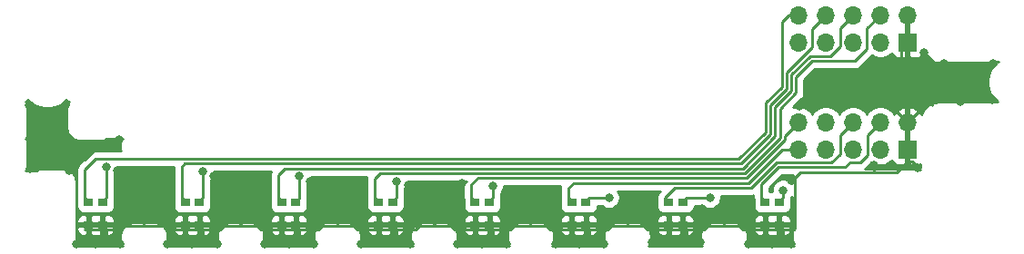
<source format=gtl>
G04 #@! TF.GenerationSoftware,KiCad,Pcbnew,(5.1.6-0-10_14)*
G04 #@! TF.CreationDate,2020-08-11T10:19:13+09:00*
G04 #@! TF.ProjectId,qPCR-photoarray,71504352-2d70-4686-9f74-6f6172726179,rev?*
G04 #@! TF.SameCoordinates,Original*
G04 #@! TF.FileFunction,Copper,L1,Top*
G04 #@! TF.FilePolarity,Positive*
%FSLAX46Y46*%
G04 Gerber Fmt 4.6, Leading zero omitted, Abs format (unit mm)*
G04 Created by KiCad (PCBNEW (5.1.6-0-10_14)) date 2020-08-11 10:19:13*
%MOMM*%
%LPD*%
G01*
G04 APERTURE LIST*
G04 #@! TA.AperFunction,ComponentPad*
%ADD10R,1.700000X1.700000*%
G04 #@! TD*
G04 #@! TA.AperFunction,ComponentPad*
%ADD11O,1.700000X1.700000*%
G04 #@! TD*
G04 #@! TA.AperFunction,SMDPad,CuDef*
%ADD12R,0.900000X0.800000*%
G04 #@! TD*
G04 #@! TA.AperFunction,ViaPad*
%ADD13C,0.800000*%
G04 #@! TD*
G04 #@! TA.AperFunction,Conductor*
%ADD14C,0.250000*%
G04 #@! TD*
G04 #@! TA.AperFunction,Conductor*
%ADD15C,0.254000*%
G04 #@! TD*
G04 APERTURE END LIST*
D10*
G04 #@! TO.P,U2,1*
G04 #@! TO.N,GND*
X193095000Y-102000000D03*
D11*
G04 #@! TO.P,U2,2*
X193095000Y-99460000D03*
G04 #@! TO.P,U2,3*
G04 #@! TO.N,OUT16*
X190555000Y-102000000D03*
G04 #@! TO.P,U2,4*
G04 #@! TO.N,OUT15*
X190555000Y-99460000D03*
G04 #@! TO.P,U2,5*
G04 #@! TO.N,OUT14*
X188015000Y-102000000D03*
G04 #@! TO.P,U2,6*
G04 #@! TO.N,OUT13*
X188015000Y-99460000D03*
G04 #@! TO.P,U2,7*
G04 #@! TO.N,OUT12*
X185475000Y-102000000D03*
G04 #@! TO.P,U2,8*
G04 #@! TO.N,OUT10*
X185475000Y-99460000D03*
G04 #@! TO.P,U2,9*
G04 #@! TO.N,OUT11*
X182935000Y-102000000D03*
G04 #@! TO.P,U2,10*
G04 #@! TO.N,OUT9*
X182935000Y-99460000D03*
G04 #@! TD*
G04 #@! TO.P,U1,10*
G04 #@! TO.N,OUT1*
X182935000Y-89460000D03*
G04 #@! TO.P,U1,9*
G04 #@! TO.N,OUT2*
X182935000Y-92000000D03*
G04 #@! TO.P,U1,8*
G04 #@! TO.N,OUT3*
X185475000Y-89460000D03*
G04 #@! TO.P,U1,7*
G04 #@! TO.N,OUT4*
X185475000Y-92000000D03*
G04 #@! TO.P,U1,6*
G04 #@! TO.N,OUT5*
X188015000Y-89460000D03*
G04 #@! TO.P,U1,5*
G04 #@! TO.N,OUT6*
X188015000Y-92000000D03*
G04 #@! TO.P,U1,4*
G04 #@! TO.N,OUT7*
X190555000Y-89460000D03*
G04 #@! TO.P,U1,3*
G04 #@! TO.N,OUT8*
X190555000Y-92000000D03*
G04 #@! TO.P,U1,2*
G04 #@! TO.N,GND*
X193095000Y-89460000D03*
D10*
G04 #@! TO.P,U1,1*
X193095000Y-92000000D03*
G04 #@! TD*
D12*
G04 #@! TO.P,D1,2*
G04 #@! TO.N,GND*
X116838900Y-109050000D03*
G04 #@! TO.P,D1,1*
G04 #@! TO.N,OUT1*
X116838900Y-106950000D03*
G04 #@! TD*
G04 #@! TO.P,D2,1*
G04 #@! TO.N,OUT2*
X118161100Y-106950000D03*
G04 #@! TO.P,D2,2*
G04 #@! TO.N,GND*
X118161100Y-109050000D03*
G04 #@! TD*
G04 #@! TO.P,D3,2*
G04 #@! TO.N,GND*
X125838900Y-109050000D03*
G04 #@! TO.P,D3,1*
G04 #@! TO.N,OUT3*
X125838900Y-106950000D03*
G04 #@! TD*
G04 #@! TO.P,D4,1*
G04 #@! TO.N,OUT4*
X127161100Y-106950000D03*
G04 #@! TO.P,D4,2*
G04 #@! TO.N,GND*
X127161100Y-109050000D03*
G04 #@! TD*
G04 #@! TO.P,D5,2*
G04 #@! TO.N,GND*
X134838900Y-109050000D03*
G04 #@! TO.P,D5,1*
G04 #@! TO.N,OUT5*
X134838900Y-106950000D03*
G04 #@! TD*
G04 #@! TO.P,D6,1*
G04 #@! TO.N,OUT6*
X136161100Y-106950000D03*
G04 #@! TO.P,D6,2*
G04 #@! TO.N,GND*
X136161100Y-109050000D03*
G04 #@! TD*
G04 #@! TO.P,D7,2*
G04 #@! TO.N,GND*
X143838900Y-109050000D03*
G04 #@! TO.P,D7,1*
G04 #@! TO.N,OUT7*
X143838900Y-106950000D03*
G04 #@! TD*
G04 #@! TO.P,D8,1*
G04 #@! TO.N,OUT8*
X145161100Y-106950000D03*
G04 #@! TO.P,D8,2*
G04 #@! TO.N,GND*
X145161100Y-109050000D03*
G04 #@! TD*
G04 #@! TO.P,D9,2*
G04 #@! TO.N,GND*
X152838900Y-109050000D03*
G04 #@! TO.P,D9,1*
G04 #@! TO.N,OUT9*
X152838900Y-106950000D03*
G04 #@! TD*
G04 #@! TO.P,D10,1*
G04 #@! TO.N,OUT10*
X154161100Y-106950000D03*
G04 #@! TO.P,D10,2*
G04 #@! TO.N,GND*
X154161100Y-109050000D03*
G04 #@! TD*
G04 #@! TO.P,D11,2*
G04 #@! TO.N,GND*
X161838900Y-109050000D03*
G04 #@! TO.P,D11,1*
G04 #@! TO.N,OUT11*
X161838900Y-106950000D03*
G04 #@! TD*
G04 #@! TO.P,D12,1*
G04 #@! TO.N,OUT12*
X163161100Y-106950000D03*
G04 #@! TO.P,D12,2*
G04 #@! TO.N,GND*
X163161100Y-109050000D03*
G04 #@! TD*
G04 #@! TO.P,D13,2*
G04 #@! TO.N,GND*
X170838900Y-109050000D03*
G04 #@! TO.P,D13,1*
G04 #@! TO.N,OUT13*
X170838900Y-106950000D03*
G04 #@! TD*
G04 #@! TO.P,D14,1*
G04 #@! TO.N,OUT14*
X172161100Y-106950000D03*
G04 #@! TO.P,D14,2*
G04 #@! TO.N,GND*
X172161100Y-109050000D03*
G04 #@! TD*
G04 #@! TO.P,D15,1*
G04 #@! TO.N,OUT15*
X179838900Y-106950000D03*
G04 #@! TO.P,D15,2*
G04 #@! TO.N,GND*
X179838900Y-109050000D03*
G04 #@! TD*
G04 #@! TO.P,D16,1*
G04 #@! TO.N,OUT16*
X181161100Y-106950000D03*
G04 #@! TO.P,D16,2*
G04 #@! TO.N,GND*
X181161100Y-109050000D03*
G04 #@! TD*
D13*
G04 #@! TO.N,GND*
X111300000Y-97900000D03*
X194500000Y-97000000D03*
X189500000Y-98000000D03*
X195800000Y-97400000D03*
X194600000Y-93000000D03*
X201100000Y-94000000D03*
X198200000Y-95500000D03*
X196500000Y-94000000D03*
X200000000Y-95000000D03*
X114700000Y-97900000D03*
X111400000Y-100900000D03*
X111400000Y-103800000D03*
X119700000Y-101100000D03*
X115000000Y-101000000D03*
X115000000Y-104000000D03*
X119500000Y-104000000D03*
X124500000Y-104000000D03*
X122000000Y-108500000D03*
X117500000Y-110800000D03*
X126500000Y-110800000D03*
X135500000Y-110800000D03*
X144500000Y-110700000D03*
X153500000Y-110800000D03*
X162500000Y-110800000D03*
X171500000Y-110700000D03*
X180500000Y-110800000D03*
X182300000Y-110800000D03*
X178300000Y-110800000D03*
X173800000Y-110700000D03*
X169300000Y-110700000D03*
X164800000Y-110800000D03*
X160300000Y-110800000D03*
X155800000Y-110800000D03*
X151200000Y-110800000D03*
X146800000Y-110800000D03*
X142200000Y-110800000D03*
X137800000Y-110800000D03*
X133200000Y-110800000D03*
X128800000Y-110800000D03*
X124200000Y-110800000D03*
X119800000Y-110800000D03*
X115700000Y-110800000D03*
X122000000Y-106000000D03*
X131000000Y-106000000D03*
X131000000Y-108500000D03*
X128500000Y-104500000D03*
X133500000Y-104500000D03*
X140000000Y-108500000D03*
X140000000Y-106000000D03*
X142500000Y-105000000D03*
X137500000Y-105000000D03*
X149000000Y-108500000D03*
X149000000Y-106500000D03*
X146600000Y-105300000D03*
X151600000Y-105200000D03*
X158000000Y-108500000D03*
X158000000Y-106500000D03*
X155700000Y-105900000D03*
X160200000Y-105800000D03*
X176000000Y-108500000D03*
X174000000Y-107500000D03*
X177800000Y-107000000D03*
X190000000Y-103500000D03*
X183800000Y-95600000D03*
X183000000Y-98000000D03*
X186500000Y-98000000D03*
X192000000Y-98000000D03*
X186200000Y-94800000D03*
X190100000Y-93900000D03*
X185500000Y-96500000D03*
X188500000Y-96000000D03*
X191000000Y-96000000D03*
X193000000Y-95500000D03*
X201000000Y-97400000D03*
X198000000Y-97500000D03*
X113000000Y-103000000D03*
X113000000Y-99000000D03*
X116200000Y-102800000D03*
X167000000Y-108500000D03*
X169000000Y-106400000D03*
X166700000Y-106400000D03*
X194000000Y-103700000D03*
X182300000Y-104900000D03*
G04 #@! TO.N,OUT2*
X118500000Y-103600010D03*
G04 #@! TO.N,OUT4*
X127500000Y-104100000D03*
G04 #@! TO.N,OUT6*
X136500000Y-104500028D03*
G04 #@! TO.N,OUT8*
X145500000Y-104950038D03*
G04 #@! TO.N,OUT10*
X154500000Y-105400046D03*
G04 #@! TO.N,OUT12*
X165300000Y-106500000D03*
G04 #@! TO.N,OUT14*
X174700000Y-106500000D03*
G04 #@! TO.N,OUT16*
X181500000Y-105800000D03*
G04 #@! TD*
D14*
G04 #@! TO.N,GND*
X152500000Y-109500000D02*
X154500000Y-109500000D01*
X170500000Y-109500000D02*
X172500000Y-109500000D01*
X193095000Y-99460000D02*
X193095000Y-102000000D01*
X194500000Y-98055000D02*
X194500000Y-97000000D01*
X193095000Y-99460000D02*
X194500000Y-98055000D01*
X194500000Y-96000000D02*
X192500000Y-94000000D01*
X194500000Y-97000000D02*
X194500000Y-96000000D01*
X192500000Y-92595000D02*
X193095000Y-92000000D01*
X192500000Y-94000000D02*
X192500000Y-92595000D01*
X193095000Y-89460000D02*
X193095000Y-92000000D01*
X196100000Y-94500000D02*
X196500000Y-94500000D01*
X199500000Y-94500000D02*
X200000000Y-95000000D01*
X201200000Y-93800000D02*
X200000000Y-95000000D01*
X201600000Y-93800000D02*
X201200000Y-93800000D01*
X200000000Y-96000000D02*
X200000000Y-95000000D01*
X198200000Y-94500000D02*
X199500000Y-94500000D01*
X198200000Y-96300000D02*
X198200000Y-94500000D01*
X196500000Y-94500000D02*
X198200000Y-94500000D01*
X195400000Y-94400000D02*
X195700000Y-94100000D01*
X195700000Y-94100000D02*
X196100000Y-94500000D01*
X194600000Y-93000000D02*
X195700000Y-94100000D01*
X194500000Y-97000000D02*
X195400000Y-97000000D01*
X195400000Y-97000000D02*
X195400000Y-94400000D01*
X195400000Y-97900000D02*
X195400000Y-97000000D01*
X118500000Y-109500000D02*
X119800000Y-109500000D01*
X119800000Y-109500000D02*
X120192144Y-109107856D01*
X124200000Y-109500000D02*
X125500000Y-109500000D01*
X123807856Y-109107856D02*
X124200000Y-109500000D01*
X127500000Y-109500000D02*
X129100000Y-109500000D01*
X129100000Y-109500000D02*
X129492144Y-109107856D01*
X132900000Y-109500000D02*
X134500000Y-109500000D01*
X132507856Y-109107856D02*
X132900000Y-109500000D01*
X136500000Y-109500000D02*
X138200000Y-109500000D01*
X138200000Y-109500000D02*
X138575754Y-109124246D01*
X141900000Y-109500000D02*
X143500000Y-109500000D01*
X141524246Y-109124246D02*
X141900000Y-109500000D01*
X150900000Y-109500000D02*
X152500000Y-109500000D01*
X147261496Y-109500000D02*
X147637250Y-109124246D01*
X150524246Y-109124246D02*
X150900000Y-109500000D01*
X145500000Y-109500000D02*
X147261496Y-109500000D01*
X154500000Y-109500000D02*
X156100000Y-109500000D01*
X156492144Y-109107856D02*
X159407856Y-109107856D01*
X156100000Y-109500000D02*
X156492144Y-109107856D01*
X159800000Y-109500000D02*
X161500000Y-109500000D01*
X159407856Y-109107856D02*
X159800000Y-109500000D01*
X163500000Y-109500000D02*
X165200000Y-109500000D01*
X165200000Y-109500000D02*
X165592144Y-109107856D01*
X168900000Y-109500000D02*
X170500000Y-109500000D01*
X168507856Y-109107856D02*
X168900000Y-109500000D01*
X172500000Y-109500000D02*
X174100000Y-109500000D01*
X174100000Y-109500000D02*
X174492144Y-109107856D01*
X177800000Y-109500000D02*
X179500000Y-109500000D01*
X177407856Y-109107856D02*
X177800000Y-109500000D01*
X182550000Y-109500000D02*
X182625001Y-109424999D01*
X182625001Y-109424999D02*
X182625001Y-105474999D01*
X181500000Y-109500000D02*
X182550000Y-109500000D01*
X112500000Y-99000000D02*
X113000000Y-99000000D01*
X111000000Y-97500000D02*
X112500000Y-99000000D01*
X113500000Y-99000000D02*
X113000000Y-99000000D01*
X115000000Y-97500000D02*
X113500000Y-99000000D01*
X111000000Y-101000000D02*
X113000000Y-99000000D01*
X115000000Y-101000000D02*
X113000000Y-99000000D01*
X113000000Y-103000000D02*
X115000000Y-101000000D01*
X115000000Y-101500000D02*
X115000000Y-101000000D01*
X116500000Y-103000000D02*
X115000000Y-101500000D01*
X118500000Y-101000000D02*
X116500000Y-103000000D01*
X120000000Y-101000000D02*
X118500000Y-101000000D01*
X115500000Y-111000000D02*
X117500000Y-111000000D01*
X118500000Y-109500000D02*
X118500000Y-111000000D01*
X118500000Y-111000000D02*
X120000000Y-111000000D01*
X117500000Y-111000000D02*
X118500000Y-111000000D01*
X122000000Y-109000000D02*
X121892144Y-109107856D01*
X122000000Y-108500000D02*
X122000000Y-109000000D01*
X121892144Y-109107856D02*
X123807856Y-109107856D01*
X120192144Y-109107856D02*
X121892144Y-109107856D01*
X122000000Y-106000000D02*
X122000000Y-108500000D01*
X121500000Y-106000000D02*
X122000000Y-106000000D01*
X119500000Y-104000000D02*
X121500000Y-106000000D01*
X122500000Y-106000000D02*
X122000000Y-106000000D01*
X124500000Y-104000000D02*
X122500000Y-106000000D01*
X131000000Y-109000000D02*
X130892144Y-109107856D01*
X130892144Y-109107856D02*
X132507856Y-109107856D01*
X131000000Y-108500000D02*
X131000000Y-109000000D01*
X129492144Y-109107856D02*
X130892144Y-109107856D01*
X124000000Y-111000000D02*
X126500000Y-111000000D01*
X127500000Y-109500000D02*
X127500000Y-111000000D01*
X127500000Y-111000000D02*
X129000000Y-111000000D01*
X126500000Y-111000000D02*
X127500000Y-111000000D01*
X131000000Y-106000000D02*
X131000000Y-108500000D01*
X129500000Y-104500000D02*
X131000000Y-106000000D01*
X128500000Y-104500000D02*
X129500000Y-104500000D01*
X132500000Y-104500000D02*
X131000000Y-106000000D01*
X133500000Y-104500000D02*
X132500000Y-104500000D01*
X133000000Y-111000000D02*
X135500000Y-111000000D01*
X136500000Y-109500000D02*
X136500000Y-111000000D01*
X136500000Y-111000000D02*
X138000000Y-111000000D01*
X135500000Y-111000000D02*
X136500000Y-111000000D01*
X139000000Y-105000000D02*
X140000000Y-106000000D01*
X137500000Y-105000000D02*
X139000000Y-105000000D01*
X141000000Y-105000000D02*
X140000000Y-106000000D01*
X142500000Y-105000000D02*
X141000000Y-105000000D01*
X140000000Y-106000000D02*
X140000000Y-108500000D01*
X140000000Y-109000000D02*
X140124246Y-109124246D01*
X140000000Y-108500000D02*
X140000000Y-109000000D01*
X140124246Y-109124246D02*
X141524246Y-109124246D01*
X138575754Y-109124246D02*
X140124246Y-109124246D01*
X142000000Y-111000000D02*
X144500000Y-111000000D01*
X145500000Y-109500000D02*
X145500000Y-111000000D01*
X145500000Y-111000000D02*
X147000000Y-111000000D01*
X144500000Y-111000000D02*
X145500000Y-111000000D01*
X147500000Y-105000000D02*
X149000000Y-106500000D01*
X146500000Y-105000000D02*
X147500000Y-105000000D01*
X150500000Y-105000000D02*
X149000000Y-106500000D01*
X152000000Y-105000000D02*
X150500000Y-105000000D01*
X149000000Y-106500000D02*
X149000000Y-108500000D01*
X149000000Y-109000000D02*
X149124246Y-109124246D01*
X149000000Y-108500000D02*
X149000000Y-109000000D01*
X149124246Y-109124246D02*
X150524246Y-109124246D01*
X147637250Y-109124246D02*
X149124246Y-109124246D01*
X151000000Y-111000000D02*
X153500000Y-111000000D01*
X154500000Y-109500000D02*
X154500000Y-111000000D01*
X154500000Y-111000000D02*
X156000000Y-111000000D01*
X153500000Y-111000000D02*
X154500000Y-111000000D01*
X157000000Y-105500000D02*
X158000000Y-106500000D01*
X155500000Y-105500000D02*
X157000000Y-105500000D01*
X159000000Y-105500000D02*
X158000000Y-106500000D01*
X160500000Y-105500000D02*
X159000000Y-105500000D01*
X158000000Y-106500000D02*
X158000000Y-108500000D01*
X158000000Y-108500000D02*
X158000000Y-109000000D01*
X160000000Y-111000000D02*
X162500000Y-111000000D01*
X163500000Y-109500000D02*
X163500000Y-111000000D01*
X163500000Y-111000000D02*
X165000000Y-111000000D01*
X162500000Y-111000000D02*
X163500000Y-111000000D01*
X169000000Y-106000000D02*
X167000000Y-106000000D01*
X167000000Y-106000000D02*
X167000000Y-108500000D01*
X167000000Y-109000000D02*
X167107856Y-109107856D01*
X167000000Y-108500000D02*
X167000000Y-109000000D01*
X167107856Y-109107856D02*
X168507856Y-109107856D01*
X165592144Y-109107856D02*
X167107856Y-109107856D01*
X169000000Y-111000000D02*
X171500000Y-111000000D01*
X172500000Y-109500000D02*
X172500000Y-111000000D01*
X172500000Y-111000000D02*
X174000000Y-111000000D01*
X171500000Y-111000000D02*
X172500000Y-111000000D01*
X175000000Y-107500000D02*
X176000000Y-108500000D01*
X174000000Y-107500000D02*
X175000000Y-107500000D01*
X178000000Y-106500000D02*
X176000000Y-108500000D01*
X176000000Y-108500000D02*
X176000000Y-109000000D01*
X176000000Y-109000000D02*
X175892144Y-109107856D01*
X175892144Y-109107856D02*
X177407856Y-109107856D01*
X174492144Y-109107856D02*
X175892144Y-109107856D01*
X178000000Y-111000000D02*
X180500000Y-111000000D01*
X181500000Y-109500000D02*
X181500000Y-111000000D01*
X181500000Y-111000000D02*
X182500000Y-111000000D01*
X180500000Y-111000000D02*
X181500000Y-111000000D01*
X183500000Y-97500000D02*
X183500000Y-95500000D01*
X183000000Y-98000000D02*
X183500000Y-97500000D01*
X192000000Y-98365000D02*
X193095000Y-99460000D01*
X192000000Y-98000000D02*
X192000000Y-98365000D01*
X192000000Y-98000000D02*
X189500000Y-98000000D01*
X189500000Y-98000000D02*
X186500000Y-98000000D01*
X186500000Y-98000000D02*
X183000000Y-98000000D01*
X185500000Y-95500000D02*
X186500000Y-94500000D01*
X183500000Y-95500000D02*
X185500000Y-95500000D01*
X185500000Y-96500000D02*
X185500000Y-95500000D01*
X186000000Y-96000000D02*
X185500000Y-96500000D01*
X188500000Y-96000000D02*
X186000000Y-96000000D01*
X188500000Y-96000000D02*
X191000000Y-96000000D01*
X190000000Y-95000000D02*
X191000000Y-96000000D01*
X190000000Y-93500000D02*
X190000000Y-95000000D01*
X191500000Y-95500000D02*
X191000000Y-96000000D01*
X193000000Y-95500000D02*
X191500000Y-95500000D01*
X198000000Y-96500000D02*
X198200000Y-96300000D01*
X198000000Y-97500000D02*
X198000000Y-96500000D01*
X201500000Y-97500000D02*
X200000000Y-96000000D01*
X183136506Y-104124990D02*
X182624990Y-104636506D01*
X193095000Y-103100000D02*
X192070010Y-104124990D01*
X193095000Y-102000000D02*
X193095000Y-103100000D01*
X190000000Y-104049980D02*
X189924990Y-104124990D01*
X190000000Y-103500000D02*
X190000000Y-104049980D01*
X189924990Y-104124990D02*
X183136506Y-104124990D01*
X192070010Y-104124990D02*
X189924990Y-104124990D01*
X182500000Y-104850020D02*
X182624990Y-104975010D01*
X182500000Y-104700000D02*
X182500000Y-104850020D01*
X182624990Y-104975010D02*
X182624990Y-105474999D01*
X182624990Y-104636506D02*
X182624990Y-104975010D01*
X193500000Y-103100000D02*
X193095000Y-103100000D01*
X194300000Y-103900000D02*
X193500000Y-103100000D01*
X112000000Y-104000000D02*
X113000000Y-103000000D01*
X111000000Y-104000000D02*
X112000000Y-104000000D01*
X181250000Y-109250000D02*
X181500000Y-109500000D01*
X181250000Y-109050000D02*
X181250000Y-109250000D01*
X179750000Y-109050000D02*
X179750000Y-109500000D01*
X179750000Y-109500000D02*
X181500000Y-109500000D01*
X179500000Y-109500000D02*
X179750000Y-109500000D01*
X172250000Y-109250000D02*
X172500000Y-109500000D01*
X172250000Y-109050000D02*
X172250000Y-109250000D01*
X170750000Y-109250000D02*
X170500000Y-109500000D01*
X170750000Y-109050000D02*
X170750000Y-109250000D01*
X163250000Y-109250000D02*
X163500000Y-109500000D01*
X163250000Y-109050000D02*
X163250000Y-109250000D01*
X161750000Y-109050000D02*
X161750000Y-109500000D01*
X161750000Y-109500000D02*
X163500000Y-109500000D01*
X161500000Y-109500000D02*
X161750000Y-109500000D01*
X154250000Y-109250000D02*
X154500000Y-109500000D01*
X154250000Y-109050000D02*
X154250000Y-109250000D01*
X152750000Y-109250000D02*
X152500000Y-109500000D01*
X152750000Y-109050000D02*
X152750000Y-109250000D01*
X145250000Y-109050000D02*
X145250000Y-109250000D01*
X145000000Y-109500000D02*
X145500000Y-109500000D01*
X145250000Y-109250000D02*
X145000000Y-109500000D01*
X143750000Y-109050000D02*
X143750000Y-109500000D01*
X143750000Y-109500000D02*
X145000000Y-109500000D01*
X143500000Y-109500000D02*
X143750000Y-109500000D01*
X136250000Y-109250000D02*
X136500000Y-109500000D01*
X136250000Y-109050000D02*
X136250000Y-109250000D01*
X134750000Y-109050000D02*
X134750000Y-109500000D01*
X134750000Y-109500000D02*
X136500000Y-109500000D01*
X134500000Y-109500000D02*
X134750000Y-109500000D01*
X127250000Y-109050000D02*
X127250000Y-109500000D01*
X127250000Y-109500000D02*
X127500000Y-109500000D01*
X125750000Y-109250000D02*
X126000000Y-109500000D01*
X125750000Y-109050000D02*
X125750000Y-109250000D01*
X126000000Y-109500000D02*
X127250000Y-109500000D01*
X125500000Y-109500000D02*
X126000000Y-109500000D01*
X118250000Y-109050000D02*
X118250000Y-109500000D01*
X118250000Y-109500000D02*
X118500000Y-109500000D01*
X116750000Y-109050000D02*
X116750000Y-109250000D01*
X117000000Y-109500000D02*
X118250000Y-109500000D01*
X116750000Y-109250000D02*
X117000000Y-109500000D01*
X116500000Y-109500000D02*
X117000000Y-109500000D01*
G04 #@! TO.N,OUT1*
X182040000Y-89460000D02*
X182935000Y-89460000D01*
X181375010Y-90124990D02*
X182040000Y-89460000D01*
X117524990Y-102875010D02*
X177386674Y-102875010D01*
X116500000Y-103900000D02*
X117524990Y-102875010D01*
X116500000Y-106500000D02*
X116500000Y-103900000D01*
X177386674Y-102875010D02*
X179875010Y-100386674D01*
X181375010Y-96155334D02*
X181375010Y-94524990D01*
X179875010Y-97655334D02*
X181375010Y-96155334D01*
X179875010Y-100386674D02*
X179875010Y-97655334D01*
X181375010Y-94524990D02*
X181375010Y-90124990D01*
X181375010Y-94655334D02*
X181375010Y-94524990D01*
X116750000Y-106750000D02*
X116500000Y-106500000D01*
X116750000Y-106950000D02*
X116750000Y-106750000D01*
G04 #@! TO.N,OUT2*
X118500000Y-106500000D02*
X118500000Y-103600010D01*
X118250000Y-106750000D02*
X118500000Y-106500000D01*
X118250000Y-106950000D02*
X118250000Y-106750000D01*
G04 #@! TO.N,OUT3*
X125500000Y-106500000D02*
X125500000Y-103625020D01*
X125800000Y-103325020D02*
X177573075Y-103325019D01*
X125500000Y-103625020D02*
X125800000Y-103325020D01*
X184200000Y-90735000D02*
X185475000Y-89460000D01*
X184200000Y-92466754D02*
X184200000Y-90735000D01*
X177573075Y-103325019D02*
X180325020Y-100573074D01*
X180325020Y-100573074D02*
X180325020Y-97841734D01*
X180325020Y-97841734D02*
X181825020Y-96341734D01*
X181825020Y-94841734D02*
X181825020Y-96341734D01*
X184200000Y-92466754D02*
X181825020Y-94841734D01*
X125750000Y-106750000D02*
X125500000Y-106500000D01*
X125750000Y-106950000D02*
X125750000Y-106750000D01*
G04 #@! TO.N,OUT4*
X127500000Y-106500000D02*
X127500000Y-104100000D01*
X127250000Y-106750000D02*
X127500000Y-106500000D01*
X127250000Y-106950000D02*
X127250000Y-106750000D01*
G04 #@! TO.N,OUT5*
X186800000Y-90675000D02*
X188015000Y-89460000D01*
X186800000Y-92414002D02*
X186800000Y-90675000D01*
X184003164Y-93300000D02*
X185914002Y-93300000D01*
X185914002Y-93300000D02*
X186800000Y-92414002D01*
X134500000Y-104400000D02*
X135124972Y-103775028D01*
X135124972Y-103775028D02*
X177759476Y-103775028D01*
X134500000Y-106500000D02*
X134500000Y-104400000D01*
X182275030Y-95028134D02*
X184003164Y-93300000D01*
X180775030Y-98028134D02*
X182275030Y-96528134D01*
X182275030Y-96528134D02*
X182275030Y-95028134D01*
X180775030Y-100759474D02*
X180775030Y-98028134D01*
X177759476Y-103775028D02*
X180775030Y-100759474D01*
X134750000Y-106750000D02*
X134500000Y-106500000D01*
X134750000Y-106950000D02*
X134750000Y-106750000D01*
G04 #@! TO.N,OUT6*
X136500000Y-106500000D02*
X136500000Y-105000000D01*
X136500000Y-105000000D02*
X136500000Y-104500028D01*
X136250000Y-106750000D02*
X136500000Y-106500000D01*
X136250000Y-106950000D02*
X136250000Y-106750000D01*
G04 #@! TO.N,OUT7*
X184189564Y-93750010D02*
X188193990Y-93750010D01*
X188193990Y-93750010D02*
X189300000Y-92644000D01*
X189300000Y-90715000D02*
X190555000Y-89460000D01*
X144000000Y-104225038D02*
X177945877Y-104225037D01*
X143500000Y-106500000D02*
X143500000Y-104725038D01*
X143500000Y-104725038D02*
X144000000Y-104225038D01*
X189300000Y-92644000D02*
X189300000Y-90715000D01*
X181225039Y-98214535D02*
X182725040Y-96714534D01*
X181225039Y-100945875D02*
X181225039Y-98214535D01*
X177945877Y-104225037D02*
X181225039Y-100945875D01*
X182725040Y-96714534D02*
X182725040Y-95214534D01*
X182725040Y-95214534D02*
X184189564Y-93750010D01*
X143750000Y-106750000D02*
X143500000Y-106500000D01*
X143750000Y-106950000D02*
X143750000Y-106750000D01*
G04 #@! TO.N,OUT8*
X145500000Y-106500000D02*
X145500000Y-105000000D01*
X145500000Y-105000000D02*
X145500000Y-104950038D01*
X145250000Y-106750000D02*
X145500000Y-106500000D01*
X145250000Y-106950000D02*
X145250000Y-106750000D01*
G04 #@! TO.N,OUT9*
X152500000Y-106500000D02*
X152500000Y-105275047D01*
X153100001Y-104675046D02*
X178132278Y-104675046D01*
X152500000Y-105275047D02*
X153100001Y-104675046D01*
X181675049Y-100719951D02*
X182935000Y-99460000D01*
X181675049Y-101132275D02*
X181675049Y-100719951D01*
X178132278Y-104675046D02*
X181675049Y-101132275D01*
X152750000Y-106750000D02*
X152500000Y-106500000D01*
X152750000Y-106950000D02*
X152750000Y-106750000D01*
G04 #@! TO.N,OUT10*
X154500000Y-106500000D02*
X154500000Y-105400000D01*
X154500000Y-105400000D02*
X154500000Y-105400046D01*
X154250000Y-106750000D02*
X154500000Y-106500000D01*
X154250000Y-106950000D02*
X154250000Y-106750000D01*
G04 #@! TO.N,OUT11*
X181443734Y-102000000D02*
X182935000Y-102000000D01*
X178318679Y-105125055D02*
X181443734Y-102000000D01*
X161500000Y-105625056D02*
X162000000Y-105125056D01*
X162000000Y-105125056D02*
X178318679Y-105125055D01*
X161500000Y-106500000D02*
X161500000Y-105625056D01*
X161750000Y-106750000D02*
X161500000Y-106500000D01*
X161750000Y-106950000D02*
X161750000Y-106750000D01*
G04 #@! TO.N,OUT12*
X163500000Y-106500000D02*
X165300000Y-106500000D01*
X163250000Y-106750000D02*
X163500000Y-106500000D01*
X163250000Y-106950000D02*
X163250000Y-106750000D01*
G04 #@! TO.N,OUT13*
X186800000Y-100675000D02*
X188015000Y-99460000D01*
X186800000Y-102414002D02*
X186800000Y-100675000D01*
X170500000Y-106500000D02*
X171424936Y-105575064D01*
X186014002Y-103200000D02*
X186800000Y-102414002D01*
X178524936Y-105575064D02*
X180900000Y-103200000D01*
X180900000Y-103200000D02*
X186014002Y-103200000D01*
X171424936Y-105575064D02*
X178524936Y-105575064D01*
X170750000Y-106750000D02*
X170500000Y-106500000D01*
X170750000Y-106950000D02*
X170750000Y-106750000D01*
G04 #@! TO.N,OUT14*
X172500000Y-106500000D02*
X174700000Y-106500000D01*
X172250000Y-106750000D02*
X172500000Y-106500000D01*
X172250000Y-106950000D02*
X172250000Y-106750000D01*
G04 #@! TO.N,OUT15*
X189379999Y-102520001D02*
X189379999Y-100635001D01*
X188724999Y-103175001D02*
X189379999Y-102520001D01*
X187724999Y-103175001D02*
X188724999Y-103175001D01*
X187249990Y-103650010D02*
X187724999Y-103175001D01*
X181086400Y-103650010D02*
X187249990Y-103650010D01*
X189379999Y-100635001D02*
X190555000Y-99460000D01*
X179500000Y-105236410D02*
X181086400Y-103650010D01*
X179500000Y-106500000D02*
X179500000Y-105236410D01*
X179750000Y-106750000D02*
X179500000Y-106500000D01*
X179750000Y-106950000D02*
X179750000Y-106750000D01*
G04 #@! TO.N,OUT16*
X181250000Y-106750000D02*
X181500000Y-106500000D01*
X181250000Y-106950000D02*
X181250000Y-106750000D01*
X181500000Y-106500000D02*
X181500000Y-105800000D01*
G04 #@! TD*
D15*
G04 #@! TO.N,GND*
G36*
X114815000Y-100033646D02*
G01*
X114817852Y-100062600D01*
X114817831Y-100065573D01*
X114818764Y-100075092D01*
X114823824Y-100123233D01*
X114824912Y-100134282D01*
X114825024Y-100134650D01*
X114828964Y-100172140D01*
X114841455Y-100232990D01*
X114853082Y-100293942D01*
X114855845Y-100303096D01*
X114855847Y-100303102D01*
X114884702Y-100396317D01*
X114908754Y-100453533D01*
X114932020Y-100511119D01*
X114936510Y-100519564D01*
X114982923Y-100605401D01*
X115017638Y-100656867D01*
X115051636Y-100708821D01*
X115057680Y-100716232D01*
X115119882Y-100791421D01*
X115163930Y-100835162D01*
X115207369Y-100879522D01*
X115214739Y-100885618D01*
X115214744Y-100885623D01*
X115214750Y-100885627D01*
X115290360Y-100947294D01*
X115342041Y-100981632D01*
X115393306Y-101016733D01*
X115401719Y-101021282D01*
X115487880Y-101067094D01*
X115545296Y-101090758D01*
X115602339Y-101115208D01*
X115611475Y-101118036D01*
X115704893Y-101146241D01*
X115765813Y-101158303D01*
X115826530Y-101171209D01*
X115836042Y-101172209D01*
X115933159Y-101181731D01*
X115933163Y-101181731D01*
X115966353Y-101185000D01*
X119815000Y-101185000D01*
X119815001Y-102033647D01*
X119817852Y-102062591D01*
X119817831Y-102065573D01*
X119818764Y-102075092D01*
X119822959Y-102115010D01*
X117562315Y-102115010D01*
X117524990Y-102111334D01*
X117487665Y-102115010D01*
X117487657Y-102115010D01*
X117376004Y-102126007D01*
X117232743Y-102169464D01*
X117100714Y-102240036D01*
X116984989Y-102335009D01*
X116961191Y-102364007D01*
X115988998Y-103336201D01*
X115960000Y-103359999D01*
X115936202Y-103388997D01*
X115936201Y-103388998D01*
X115865026Y-103475724D01*
X115794454Y-103607754D01*
X115768155Y-103694454D01*
X115750998Y-103751014D01*
X115743272Y-103829459D01*
X115736324Y-103900000D01*
X115740001Y-103937332D01*
X115740000Y-106462677D01*
X115736324Y-106500000D01*
X115740000Y-106537322D01*
X115740000Y-106537332D01*
X115750828Y-106647269D01*
X115750828Y-107350000D01*
X115763088Y-107474482D01*
X115799398Y-107594180D01*
X115858363Y-107704494D01*
X115937715Y-107801185D01*
X116034406Y-107880537D01*
X116144720Y-107939502D01*
X116264418Y-107975812D01*
X116388900Y-107988072D01*
X117288900Y-107988072D01*
X117413382Y-107975812D01*
X117500000Y-107949537D01*
X117586618Y-107975812D01*
X117711100Y-107988072D01*
X118611100Y-107988072D01*
X118735582Y-107975812D01*
X118855280Y-107939502D01*
X118965594Y-107880537D01*
X119062285Y-107801185D01*
X119141637Y-107704494D01*
X119200602Y-107594180D01*
X119236912Y-107474482D01*
X119249172Y-107350000D01*
X119249172Y-106647270D01*
X119260000Y-106537333D01*
X119260000Y-106537324D01*
X119263676Y-106500001D01*
X119260000Y-106462678D01*
X119260000Y-104303721D01*
X119303937Y-104259784D01*
X119417205Y-104090266D01*
X119495226Y-103901908D01*
X119535000Y-103701949D01*
X119535000Y-103635010D01*
X124737308Y-103635010D01*
X124740001Y-103662352D01*
X124740000Y-106462677D01*
X124736324Y-106500000D01*
X124740000Y-106537322D01*
X124740000Y-106537332D01*
X124750828Y-106647269D01*
X124750828Y-107350000D01*
X124763088Y-107474482D01*
X124799398Y-107594180D01*
X124858363Y-107704494D01*
X124937715Y-107801185D01*
X125034406Y-107880537D01*
X125144720Y-107939502D01*
X125264418Y-107975812D01*
X125388900Y-107988072D01*
X126288900Y-107988072D01*
X126413382Y-107975812D01*
X126500000Y-107949537D01*
X126586618Y-107975812D01*
X126711100Y-107988072D01*
X127611100Y-107988072D01*
X127735582Y-107975812D01*
X127855280Y-107939502D01*
X127965594Y-107880537D01*
X128062285Y-107801185D01*
X128141637Y-107704494D01*
X128200602Y-107594180D01*
X128236912Y-107474482D01*
X128249172Y-107350000D01*
X128249172Y-106647270D01*
X128260000Y-106537333D01*
X128260000Y-106537324D01*
X128263676Y-106500001D01*
X128260000Y-106462678D01*
X128260000Y-104803711D01*
X128303937Y-104759774D01*
X128417205Y-104590256D01*
X128495226Y-104401898D01*
X128535000Y-104201939D01*
X128535000Y-104085020D01*
X133806606Y-104085020D01*
X133794454Y-104107754D01*
X133769924Y-104188623D01*
X133750998Y-104251014D01*
X133741755Y-104344863D01*
X133736324Y-104400000D01*
X133740001Y-104437332D01*
X133740000Y-106462677D01*
X133736324Y-106500000D01*
X133740000Y-106537322D01*
X133740000Y-106537332D01*
X133750828Y-106647269D01*
X133750828Y-107350000D01*
X133763088Y-107474482D01*
X133799398Y-107594180D01*
X133858363Y-107704494D01*
X133937715Y-107801185D01*
X134034406Y-107880537D01*
X134144720Y-107939502D01*
X134264418Y-107975812D01*
X134388900Y-107988072D01*
X135288900Y-107988072D01*
X135413382Y-107975812D01*
X135500000Y-107949537D01*
X135586618Y-107975812D01*
X135711100Y-107988072D01*
X136611100Y-107988072D01*
X136735582Y-107975812D01*
X136855280Y-107939502D01*
X136965594Y-107880537D01*
X137062285Y-107801185D01*
X137141637Y-107704494D01*
X137200602Y-107594180D01*
X137236912Y-107474482D01*
X137249172Y-107350000D01*
X137249172Y-106647270D01*
X137260000Y-106537333D01*
X137260000Y-106537324D01*
X137263676Y-106500001D01*
X137260000Y-106462678D01*
X137260000Y-105203739D01*
X137303937Y-105159802D01*
X137417205Y-104990284D01*
X137495226Y-104801926D01*
X137535000Y-104601967D01*
X137535000Y-104535028D01*
X142763442Y-104535028D01*
X142750998Y-104576052D01*
X142743486Y-104652324D01*
X142736324Y-104725038D01*
X142740001Y-104762370D01*
X142740000Y-106462677D01*
X142736324Y-106500000D01*
X142740000Y-106537322D01*
X142740000Y-106537332D01*
X142750828Y-106647269D01*
X142750828Y-107350000D01*
X142763088Y-107474482D01*
X142799398Y-107594180D01*
X142858363Y-107704494D01*
X142937715Y-107801185D01*
X143034406Y-107880537D01*
X143144720Y-107939502D01*
X143264418Y-107975812D01*
X143388900Y-107988072D01*
X144288900Y-107988072D01*
X144413382Y-107975812D01*
X144500000Y-107949537D01*
X144586618Y-107975812D01*
X144711100Y-107988072D01*
X145611100Y-107988072D01*
X145735582Y-107975812D01*
X145855280Y-107939502D01*
X145965594Y-107880537D01*
X146062285Y-107801185D01*
X146141637Y-107704494D01*
X146200602Y-107594180D01*
X146236912Y-107474482D01*
X146249172Y-107350000D01*
X146249172Y-106647270D01*
X146260000Y-106537333D01*
X146260000Y-106537324D01*
X146263676Y-106500001D01*
X146260000Y-106462678D01*
X146260000Y-105653749D01*
X146303937Y-105609812D01*
X146417205Y-105440294D01*
X146495226Y-105251936D01*
X146535000Y-105051977D01*
X146535000Y-104985038D01*
X151793776Y-104985038D01*
X151768962Y-105066841D01*
X151750998Y-105126061D01*
X151743639Y-105200780D01*
X151736324Y-105275047D01*
X151740001Y-105312379D01*
X151740000Y-106462677D01*
X151736324Y-106500000D01*
X151740000Y-106537322D01*
X151740000Y-106537332D01*
X151750828Y-106647269D01*
X151750828Y-107350000D01*
X151763088Y-107474482D01*
X151799398Y-107594180D01*
X151858363Y-107704494D01*
X151937715Y-107801185D01*
X152034406Y-107880537D01*
X152144720Y-107939502D01*
X152264418Y-107975812D01*
X152388900Y-107988072D01*
X153288900Y-107988072D01*
X153413382Y-107975812D01*
X153500000Y-107949537D01*
X153586618Y-107975812D01*
X153711100Y-107988072D01*
X154611100Y-107988072D01*
X154735582Y-107975812D01*
X154855280Y-107939502D01*
X154965594Y-107880537D01*
X155062285Y-107801185D01*
X155141637Y-107704494D01*
X155200602Y-107594180D01*
X155236912Y-107474482D01*
X155249172Y-107350000D01*
X155249172Y-106647270D01*
X155260000Y-106537333D01*
X155260000Y-106537324D01*
X155263676Y-106500001D01*
X155260000Y-106462678D01*
X155260000Y-106103757D01*
X155303937Y-106059820D01*
X155417205Y-105890302D01*
X155495226Y-105701944D01*
X155535000Y-105501985D01*
X155535000Y-105435046D01*
X160763442Y-105435046D01*
X160750998Y-105476070D01*
X160740000Y-105587723D01*
X160740000Y-105587734D01*
X160736324Y-105625056D01*
X160740000Y-105662378D01*
X160740000Y-106462678D01*
X160736324Y-106500000D01*
X160740000Y-106537322D01*
X160740000Y-106537332D01*
X160750828Y-106647269D01*
X160750828Y-107350000D01*
X160763088Y-107474482D01*
X160799398Y-107594180D01*
X160858363Y-107704494D01*
X160937715Y-107801185D01*
X161034406Y-107880537D01*
X161144720Y-107939502D01*
X161264418Y-107975812D01*
X161388900Y-107988072D01*
X162288900Y-107988072D01*
X162413382Y-107975812D01*
X162500000Y-107949537D01*
X162586618Y-107975812D01*
X162711100Y-107988072D01*
X163611100Y-107988072D01*
X163735582Y-107975812D01*
X163855280Y-107939502D01*
X163965594Y-107880537D01*
X164062285Y-107801185D01*
X164141637Y-107704494D01*
X164200602Y-107594180D01*
X164236912Y-107474482D01*
X164249172Y-107350000D01*
X164249172Y-107260000D01*
X164596289Y-107260000D01*
X164640226Y-107303937D01*
X164809744Y-107417205D01*
X164998102Y-107495226D01*
X165198061Y-107535000D01*
X165401939Y-107535000D01*
X165601898Y-107495226D01*
X165790256Y-107417205D01*
X165959774Y-107303937D01*
X166103937Y-107159774D01*
X166217205Y-106990256D01*
X166295226Y-106801898D01*
X166335000Y-106601939D01*
X166335000Y-106398061D01*
X166295226Y-106198102D01*
X166217205Y-106009744D01*
X166133891Y-105885055D01*
X170040144Y-105885055D01*
X169989002Y-105936197D01*
X169959999Y-105959999D01*
X169878078Y-106059820D01*
X169865026Y-106075724D01*
X169794454Y-106207754D01*
X169750998Y-106351015D01*
X169736324Y-106500000D01*
X169750828Y-106647259D01*
X169750828Y-107350000D01*
X169763088Y-107474482D01*
X169799398Y-107594180D01*
X169858363Y-107704494D01*
X169937715Y-107801185D01*
X170034406Y-107880537D01*
X170144720Y-107939502D01*
X170264418Y-107975812D01*
X170388900Y-107988072D01*
X171288900Y-107988072D01*
X171413382Y-107975812D01*
X171500000Y-107949537D01*
X171586618Y-107975812D01*
X171711100Y-107988072D01*
X172611100Y-107988072D01*
X172735582Y-107975812D01*
X172855280Y-107939502D01*
X172965594Y-107880537D01*
X173062285Y-107801185D01*
X173141637Y-107704494D01*
X173200602Y-107594180D01*
X173236912Y-107474482D01*
X173249172Y-107350000D01*
X173249172Y-107260000D01*
X173996289Y-107260000D01*
X174040226Y-107303937D01*
X174209744Y-107417205D01*
X174398102Y-107495226D01*
X174598061Y-107535000D01*
X174801939Y-107535000D01*
X175001898Y-107495226D01*
X175190256Y-107417205D01*
X175359774Y-107303937D01*
X175503937Y-107159774D01*
X175617205Y-106990256D01*
X175695226Y-106801898D01*
X175735000Y-106601939D01*
X175735000Y-106398061D01*
X175722469Y-106335064D01*
X178487614Y-106335064D01*
X178524936Y-106338740D01*
X178562258Y-106335064D01*
X178562269Y-106335064D01*
X178673922Y-106324067D01*
X178740000Y-106304023D01*
X178740000Y-106462677D01*
X178736324Y-106500000D01*
X178740000Y-106537322D01*
X178740000Y-106537332D01*
X178750828Y-106647269D01*
X178750828Y-107350000D01*
X178763088Y-107474482D01*
X178799398Y-107594180D01*
X178858363Y-107704494D01*
X178937715Y-107801185D01*
X179034406Y-107880537D01*
X179144720Y-107939502D01*
X179264418Y-107975812D01*
X179388900Y-107988072D01*
X180288900Y-107988072D01*
X180413382Y-107975812D01*
X180500000Y-107949537D01*
X180586618Y-107975812D01*
X180711100Y-107988072D01*
X181611100Y-107988072D01*
X181735582Y-107975812D01*
X181855280Y-107939502D01*
X181965594Y-107880537D01*
X182062285Y-107801185D01*
X182141637Y-107704494D01*
X182200602Y-107594180D01*
X182236912Y-107474482D01*
X182249172Y-107350000D01*
X182249172Y-106647270D01*
X182260000Y-106537333D01*
X182260000Y-106537324D01*
X182263672Y-106500039D01*
X182303937Y-106459774D01*
X182315001Y-106443216D01*
X182315000Y-110815000D01*
X178185000Y-110815000D01*
X178185000Y-109966353D01*
X178182148Y-109937399D01*
X178182169Y-109934427D01*
X178181236Y-109924909D01*
X178176179Y-109876790D01*
X178175088Y-109865717D01*
X178174976Y-109865348D01*
X178171036Y-109827860D01*
X178158547Y-109767017D01*
X178146918Y-109706058D01*
X178144154Y-109696902D01*
X178115298Y-109603683D01*
X178091232Y-109546434D01*
X178067979Y-109488881D01*
X178063489Y-109480436D01*
X178047033Y-109450000D01*
X178750828Y-109450000D01*
X178763088Y-109574482D01*
X178799398Y-109694180D01*
X178858363Y-109804494D01*
X178937715Y-109901185D01*
X179034406Y-109980537D01*
X179144720Y-110039502D01*
X179264418Y-110075812D01*
X179388900Y-110088072D01*
X179553150Y-110085000D01*
X179711900Y-109926250D01*
X179711900Y-109177000D01*
X179965900Y-109177000D01*
X179965900Y-109926250D01*
X180124650Y-110085000D01*
X180288900Y-110088072D01*
X180413382Y-110075812D01*
X180500000Y-110049537D01*
X180586618Y-110075812D01*
X180711100Y-110088072D01*
X180875350Y-110085000D01*
X181034100Y-109926250D01*
X181034100Y-109177000D01*
X181288100Y-109177000D01*
X181288100Y-109926250D01*
X181446850Y-110085000D01*
X181611100Y-110088072D01*
X181735582Y-110075812D01*
X181855280Y-110039502D01*
X181965594Y-109980537D01*
X182062285Y-109901185D01*
X182141637Y-109804494D01*
X182200602Y-109694180D01*
X182236912Y-109574482D01*
X182249172Y-109450000D01*
X182246100Y-109335750D01*
X182087350Y-109177000D01*
X181288100Y-109177000D01*
X181034100Y-109177000D01*
X179965900Y-109177000D01*
X179711900Y-109177000D01*
X178912650Y-109177000D01*
X178753900Y-109335750D01*
X178750828Y-109450000D01*
X178047033Y-109450000D01*
X178017077Y-109394598D01*
X177982350Y-109343115D01*
X177948364Y-109291179D01*
X177942320Y-109283767D01*
X177880118Y-109208579D01*
X177836051Y-109164818D01*
X177792630Y-109120478D01*
X177785261Y-109114381D01*
X177709640Y-109052706D01*
X177657959Y-109018368D01*
X177606694Y-108983267D01*
X177598281Y-108978718D01*
X177512120Y-108932906D01*
X177454704Y-108909242D01*
X177397661Y-108884792D01*
X177388525Y-108881964D01*
X177295107Y-108853759D01*
X177234195Y-108841698D01*
X177173471Y-108828791D01*
X177163959Y-108827791D01*
X177066841Y-108818269D01*
X177066837Y-108818269D01*
X177033647Y-108815000D01*
X174966353Y-108815000D01*
X174937399Y-108817852D01*
X174934427Y-108817831D01*
X174924909Y-108818764D01*
X174876790Y-108823821D01*
X174865717Y-108824912D01*
X174865348Y-108825024D01*
X174827860Y-108828964D01*
X174767017Y-108841453D01*
X174706058Y-108853082D01*
X174696902Y-108855846D01*
X174603683Y-108884702D01*
X174546434Y-108908768D01*
X174488881Y-108932021D01*
X174480436Y-108936511D01*
X174394598Y-108982923D01*
X174343115Y-109017650D01*
X174291179Y-109051636D01*
X174283767Y-109057680D01*
X174208579Y-109119882D01*
X174164818Y-109163949D01*
X174120478Y-109207370D01*
X174114381Y-109214739D01*
X174052706Y-109290360D01*
X174018368Y-109342041D01*
X173983267Y-109393306D01*
X173978718Y-109401719D01*
X173932906Y-109487880D01*
X173909242Y-109545296D01*
X173884792Y-109602339D01*
X173881964Y-109611475D01*
X173853759Y-109704893D01*
X173841698Y-109765805D01*
X173828791Y-109826529D01*
X173827791Y-109836041D01*
X173818269Y-109933159D01*
X173818269Y-109933173D01*
X173815001Y-109966353D01*
X173815000Y-110815000D01*
X169185000Y-110815000D01*
X169185000Y-109966353D01*
X169182148Y-109937399D01*
X169182169Y-109934427D01*
X169181236Y-109924909D01*
X169176179Y-109876790D01*
X169175088Y-109865717D01*
X169174976Y-109865348D01*
X169171036Y-109827860D01*
X169158547Y-109767017D01*
X169146918Y-109706058D01*
X169144154Y-109696902D01*
X169115298Y-109603683D01*
X169091232Y-109546434D01*
X169067979Y-109488881D01*
X169063489Y-109480436D01*
X169047033Y-109450000D01*
X169750828Y-109450000D01*
X169763088Y-109574482D01*
X169799398Y-109694180D01*
X169858363Y-109804494D01*
X169937715Y-109901185D01*
X170034406Y-109980537D01*
X170144720Y-110039502D01*
X170264418Y-110075812D01*
X170388900Y-110088072D01*
X170553150Y-110085000D01*
X170711900Y-109926250D01*
X170711900Y-109177000D01*
X170965900Y-109177000D01*
X170965900Y-109926250D01*
X171124650Y-110085000D01*
X171288900Y-110088072D01*
X171413382Y-110075812D01*
X171500000Y-110049537D01*
X171586618Y-110075812D01*
X171711100Y-110088072D01*
X171875350Y-110085000D01*
X172034100Y-109926250D01*
X172034100Y-109177000D01*
X172288100Y-109177000D01*
X172288100Y-109926250D01*
X172446850Y-110085000D01*
X172611100Y-110088072D01*
X172735582Y-110075812D01*
X172855280Y-110039502D01*
X172965594Y-109980537D01*
X173062285Y-109901185D01*
X173141637Y-109804494D01*
X173200602Y-109694180D01*
X173236912Y-109574482D01*
X173249172Y-109450000D01*
X173246100Y-109335750D01*
X173087350Y-109177000D01*
X172288100Y-109177000D01*
X172034100Y-109177000D01*
X170965900Y-109177000D01*
X170711900Y-109177000D01*
X169912650Y-109177000D01*
X169753900Y-109335750D01*
X169750828Y-109450000D01*
X169047033Y-109450000D01*
X169017077Y-109394598D01*
X168982350Y-109343115D01*
X168948364Y-109291179D01*
X168942320Y-109283767D01*
X168880118Y-109208579D01*
X168836051Y-109164818D01*
X168792630Y-109120478D01*
X168785261Y-109114381D01*
X168709640Y-109052706D01*
X168657959Y-109018368D01*
X168606694Y-108983267D01*
X168598281Y-108978718D01*
X168512120Y-108932906D01*
X168454704Y-108909242D01*
X168397661Y-108884792D01*
X168388525Y-108881964D01*
X168295107Y-108853759D01*
X168234195Y-108841698D01*
X168173471Y-108828791D01*
X168163959Y-108827791D01*
X168066841Y-108818269D01*
X168066837Y-108818269D01*
X168033647Y-108815000D01*
X165966353Y-108815000D01*
X165937399Y-108817852D01*
X165934427Y-108817831D01*
X165924909Y-108818764D01*
X165876790Y-108823821D01*
X165865717Y-108824912D01*
X165865348Y-108825024D01*
X165827860Y-108828964D01*
X165767017Y-108841453D01*
X165706058Y-108853082D01*
X165696902Y-108855846D01*
X165603683Y-108884702D01*
X165546434Y-108908768D01*
X165488881Y-108932021D01*
X165480436Y-108936511D01*
X165394598Y-108982923D01*
X165343115Y-109017650D01*
X165291179Y-109051636D01*
X165283767Y-109057680D01*
X165208579Y-109119882D01*
X165164818Y-109163949D01*
X165120478Y-109207370D01*
X165114381Y-109214739D01*
X165052706Y-109290360D01*
X165018368Y-109342041D01*
X164983267Y-109393306D01*
X164978718Y-109401719D01*
X164932906Y-109487880D01*
X164909242Y-109545296D01*
X164884792Y-109602339D01*
X164881964Y-109611475D01*
X164853759Y-109704893D01*
X164841698Y-109765805D01*
X164828791Y-109826529D01*
X164827791Y-109836041D01*
X164818269Y-109933159D01*
X164818269Y-109933173D01*
X164815001Y-109966353D01*
X164815000Y-110815000D01*
X160185000Y-110815000D01*
X160185000Y-109966353D01*
X160182148Y-109937399D01*
X160182169Y-109934427D01*
X160181236Y-109924909D01*
X160176179Y-109876790D01*
X160175088Y-109865717D01*
X160174976Y-109865348D01*
X160171036Y-109827860D01*
X160158547Y-109767017D01*
X160146918Y-109706058D01*
X160144154Y-109696902D01*
X160115298Y-109603683D01*
X160091232Y-109546434D01*
X160067979Y-109488881D01*
X160063489Y-109480436D01*
X160047033Y-109450000D01*
X160750828Y-109450000D01*
X160763088Y-109574482D01*
X160799398Y-109694180D01*
X160858363Y-109804494D01*
X160937715Y-109901185D01*
X161034406Y-109980537D01*
X161144720Y-110039502D01*
X161264418Y-110075812D01*
X161388900Y-110088072D01*
X161553150Y-110085000D01*
X161711900Y-109926250D01*
X161711900Y-109177000D01*
X161965900Y-109177000D01*
X161965900Y-109926250D01*
X162124650Y-110085000D01*
X162288900Y-110088072D01*
X162413382Y-110075812D01*
X162500000Y-110049537D01*
X162586618Y-110075812D01*
X162711100Y-110088072D01*
X162875350Y-110085000D01*
X163034100Y-109926250D01*
X163034100Y-109177000D01*
X163288100Y-109177000D01*
X163288100Y-109926250D01*
X163446850Y-110085000D01*
X163611100Y-110088072D01*
X163735582Y-110075812D01*
X163855280Y-110039502D01*
X163965594Y-109980537D01*
X164062285Y-109901185D01*
X164141637Y-109804494D01*
X164200602Y-109694180D01*
X164236912Y-109574482D01*
X164249172Y-109450000D01*
X164246100Y-109335750D01*
X164087350Y-109177000D01*
X163288100Y-109177000D01*
X163034100Y-109177000D01*
X161965900Y-109177000D01*
X161711900Y-109177000D01*
X160912650Y-109177000D01*
X160753900Y-109335750D01*
X160750828Y-109450000D01*
X160047033Y-109450000D01*
X160017077Y-109394598D01*
X159982350Y-109343115D01*
X159948364Y-109291179D01*
X159942320Y-109283767D01*
X159880118Y-109208579D01*
X159836051Y-109164818D01*
X159792630Y-109120478D01*
X159785261Y-109114381D01*
X159709640Y-109052706D01*
X159657959Y-109018368D01*
X159606694Y-108983267D01*
X159598281Y-108978718D01*
X159512120Y-108932906D01*
X159454704Y-108909242D01*
X159397661Y-108884792D01*
X159388525Y-108881964D01*
X159295107Y-108853759D01*
X159234195Y-108841698D01*
X159173471Y-108828791D01*
X159163959Y-108827791D01*
X159066841Y-108818269D01*
X159066837Y-108818269D01*
X159033647Y-108815000D01*
X156966353Y-108815000D01*
X156937399Y-108817852D01*
X156934427Y-108817831D01*
X156924909Y-108818764D01*
X156876790Y-108823821D01*
X156865717Y-108824912D01*
X156865348Y-108825024D01*
X156827860Y-108828964D01*
X156767017Y-108841453D01*
X156706058Y-108853082D01*
X156696902Y-108855846D01*
X156603683Y-108884702D01*
X156546434Y-108908768D01*
X156488881Y-108932021D01*
X156480436Y-108936511D01*
X156394598Y-108982923D01*
X156343115Y-109017650D01*
X156291179Y-109051636D01*
X156283767Y-109057680D01*
X156208579Y-109119882D01*
X156164818Y-109163949D01*
X156120478Y-109207370D01*
X156114381Y-109214739D01*
X156052706Y-109290360D01*
X156018368Y-109342041D01*
X155983267Y-109393306D01*
X155978718Y-109401719D01*
X155932906Y-109487880D01*
X155909242Y-109545296D01*
X155884792Y-109602339D01*
X155881964Y-109611475D01*
X155853759Y-109704893D01*
X155841698Y-109765805D01*
X155828791Y-109826529D01*
X155827791Y-109836041D01*
X155818269Y-109933159D01*
X155818269Y-109933173D01*
X155815001Y-109966353D01*
X155815000Y-110815000D01*
X151185000Y-110815000D01*
X151185000Y-109966353D01*
X151182148Y-109937399D01*
X151182169Y-109934427D01*
X151181236Y-109924909D01*
X151176179Y-109876790D01*
X151175088Y-109865717D01*
X151174976Y-109865348D01*
X151171036Y-109827860D01*
X151158547Y-109767017D01*
X151146918Y-109706058D01*
X151144154Y-109696902D01*
X151115298Y-109603683D01*
X151091232Y-109546434D01*
X151067979Y-109488881D01*
X151063489Y-109480436D01*
X151047033Y-109450000D01*
X151750828Y-109450000D01*
X151763088Y-109574482D01*
X151799398Y-109694180D01*
X151858363Y-109804494D01*
X151937715Y-109901185D01*
X152034406Y-109980537D01*
X152144720Y-110039502D01*
X152264418Y-110075812D01*
X152388900Y-110088072D01*
X152553150Y-110085000D01*
X152711900Y-109926250D01*
X152711900Y-109177000D01*
X152965900Y-109177000D01*
X152965900Y-109926250D01*
X153124650Y-110085000D01*
X153288900Y-110088072D01*
X153413382Y-110075812D01*
X153500000Y-110049537D01*
X153586618Y-110075812D01*
X153711100Y-110088072D01*
X153875350Y-110085000D01*
X154034100Y-109926250D01*
X154034100Y-109177000D01*
X154288100Y-109177000D01*
X154288100Y-109926250D01*
X154446850Y-110085000D01*
X154611100Y-110088072D01*
X154735582Y-110075812D01*
X154855280Y-110039502D01*
X154965594Y-109980537D01*
X155062285Y-109901185D01*
X155141637Y-109804494D01*
X155200602Y-109694180D01*
X155236912Y-109574482D01*
X155249172Y-109450000D01*
X155246100Y-109335750D01*
X155087350Y-109177000D01*
X154288100Y-109177000D01*
X154034100Y-109177000D01*
X152965900Y-109177000D01*
X152711900Y-109177000D01*
X151912650Y-109177000D01*
X151753900Y-109335750D01*
X151750828Y-109450000D01*
X151047033Y-109450000D01*
X151017077Y-109394598D01*
X150982350Y-109343115D01*
X150948364Y-109291179D01*
X150942320Y-109283767D01*
X150880118Y-109208579D01*
X150836051Y-109164818D01*
X150792630Y-109120478D01*
X150785261Y-109114381D01*
X150709640Y-109052706D01*
X150657959Y-109018368D01*
X150606694Y-108983267D01*
X150598281Y-108978718D01*
X150512120Y-108932906D01*
X150454704Y-108909242D01*
X150397661Y-108884792D01*
X150388525Y-108881964D01*
X150295107Y-108853759D01*
X150234195Y-108841698D01*
X150173471Y-108828791D01*
X150163959Y-108827791D01*
X150066841Y-108818269D01*
X150066837Y-108818269D01*
X150033647Y-108815000D01*
X147966353Y-108815000D01*
X147937399Y-108817852D01*
X147934427Y-108817831D01*
X147924909Y-108818764D01*
X147876790Y-108823821D01*
X147865717Y-108824912D01*
X147865348Y-108825024D01*
X147827860Y-108828964D01*
X147767017Y-108841453D01*
X147706058Y-108853082D01*
X147696902Y-108855846D01*
X147603683Y-108884702D01*
X147546434Y-108908768D01*
X147488881Y-108932021D01*
X147480436Y-108936511D01*
X147394598Y-108982923D01*
X147343115Y-109017650D01*
X147291179Y-109051636D01*
X147283767Y-109057680D01*
X147208579Y-109119882D01*
X147164818Y-109163949D01*
X147120478Y-109207370D01*
X147114381Y-109214739D01*
X147052706Y-109290360D01*
X147018368Y-109342041D01*
X146983267Y-109393306D01*
X146978718Y-109401719D01*
X146932906Y-109487880D01*
X146909242Y-109545296D01*
X146884792Y-109602339D01*
X146881964Y-109611475D01*
X146853759Y-109704893D01*
X146841698Y-109765805D01*
X146828791Y-109826529D01*
X146827791Y-109836041D01*
X146818269Y-109933159D01*
X146818269Y-109933173D01*
X146815001Y-109966353D01*
X146815000Y-110815000D01*
X142185000Y-110815000D01*
X142185000Y-109966353D01*
X142182148Y-109937399D01*
X142182169Y-109934427D01*
X142181236Y-109924909D01*
X142176179Y-109876790D01*
X142175088Y-109865717D01*
X142174976Y-109865348D01*
X142171036Y-109827860D01*
X142158547Y-109767017D01*
X142146918Y-109706058D01*
X142144154Y-109696902D01*
X142115298Y-109603683D01*
X142091232Y-109546434D01*
X142067979Y-109488881D01*
X142063489Y-109480436D01*
X142047033Y-109450000D01*
X142750828Y-109450000D01*
X142763088Y-109574482D01*
X142799398Y-109694180D01*
X142858363Y-109804494D01*
X142937715Y-109901185D01*
X143034406Y-109980537D01*
X143144720Y-110039502D01*
X143264418Y-110075812D01*
X143388900Y-110088072D01*
X143553150Y-110085000D01*
X143711900Y-109926250D01*
X143711900Y-109177000D01*
X143965900Y-109177000D01*
X143965900Y-109926250D01*
X144124650Y-110085000D01*
X144288900Y-110088072D01*
X144413382Y-110075812D01*
X144500000Y-110049537D01*
X144586618Y-110075812D01*
X144711100Y-110088072D01*
X144875350Y-110085000D01*
X145034100Y-109926250D01*
X145034100Y-109177000D01*
X145288100Y-109177000D01*
X145288100Y-109926250D01*
X145446850Y-110085000D01*
X145611100Y-110088072D01*
X145735582Y-110075812D01*
X145855280Y-110039502D01*
X145965594Y-109980537D01*
X146062285Y-109901185D01*
X146141637Y-109804494D01*
X146200602Y-109694180D01*
X146236912Y-109574482D01*
X146249172Y-109450000D01*
X146246100Y-109335750D01*
X146087350Y-109177000D01*
X145288100Y-109177000D01*
X145034100Y-109177000D01*
X143965900Y-109177000D01*
X143711900Y-109177000D01*
X142912650Y-109177000D01*
X142753900Y-109335750D01*
X142750828Y-109450000D01*
X142047033Y-109450000D01*
X142017077Y-109394598D01*
X141982350Y-109343115D01*
X141948364Y-109291179D01*
X141942320Y-109283767D01*
X141880118Y-109208579D01*
X141836051Y-109164818D01*
X141792630Y-109120478D01*
X141785261Y-109114381D01*
X141709640Y-109052706D01*
X141657959Y-109018368D01*
X141606694Y-108983267D01*
X141598281Y-108978718D01*
X141512120Y-108932906D01*
X141454704Y-108909242D01*
X141397661Y-108884792D01*
X141388525Y-108881964D01*
X141295107Y-108853759D01*
X141234195Y-108841698D01*
X141173471Y-108828791D01*
X141163959Y-108827791D01*
X141066841Y-108818269D01*
X141066837Y-108818269D01*
X141033647Y-108815000D01*
X138966353Y-108815000D01*
X138937399Y-108817852D01*
X138934427Y-108817831D01*
X138924909Y-108818764D01*
X138876790Y-108823821D01*
X138865717Y-108824912D01*
X138865348Y-108825024D01*
X138827860Y-108828964D01*
X138767017Y-108841453D01*
X138706058Y-108853082D01*
X138696902Y-108855846D01*
X138603683Y-108884702D01*
X138546434Y-108908768D01*
X138488881Y-108932021D01*
X138480436Y-108936511D01*
X138394598Y-108982923D01*
X138343115Y-109017650D01*
X138291179Y-109051636D01*
X138283767Y-109057680D01*
X138208579Y-109119882D01*
X138164818Y-109163949D01*
X138120478Y-109207370D01*
X138114381Y-109214739D01*
X138052706Y-109290360D01*
X138018368Y-109342041D01*
X137983267Y-109393306D01*
X137978718Y-109401719D01*
X137932906Y-109487880D01*
X137909242Y-109545296D01*
X137884792Y-109602339D01*
X137881964Y-109611475D01*
X137853759Y-109704893D01*
X137841698Y-109765805D01*
X137828791Y-109826529D01*
X137827791Y-109836041D01*
X137818269Y-109933159D01*
X137818269Y-109933173D01*
X137815001Y-109966353D01*
X137815000Y-110815000D01*
X133185000Y-110815000D01*
X133185000Y-109966353D01*
X133182148Y-109937399D01*
X133182169Y-109934427D01*
X133181236Y-109924909D01*
X133176179Y-109876790D01*
X133175088Y-109865717D01*
X133174976Y-109865348D01*
X133171036Y-109827860D01*
X133158547Y-109767017D01*
X133146918Y-109706058D01*
X133144154Y-109696902D01*
X133115298Y-109603683D01*
X133091232Y-109546434D01*
X133067979Y-109488881D01*
X133063489Y-109480436D01*
X133047033Y-109450000D01*
X133750828Y-109450000D01*
X133763088Y-109574482D01*
X133799398Y-109694180D01*
X133858363Y-109804494D01*
X133937715Y-109901185D01*
X134034406Y-109980537D01*
X134144720Y-110039502D01*
X134264418Y-110075812D01*
X134388900Y-110088072D01*
X134553150Y-110085000D01*
X134711900Y-109926250D01*
X134711900Y-109177000D01*
X134965900Y-109177000D01*
X134965900Y-109926250D01*
X135124650Y-110085000D01*
X135288900Y-110088072D01*
X135413382Y-110075812D01*
X135500000Y-110049537D01*
X135586618Y-110075812D01*
X135711100Y-110088072D01*
X135875350Y-110085000D01*
X136034100Y-109926250D01*
X136034100Y-109177000D01*
X136288100Y-109177000D01*
X136288100Y-109926250D01*
X136446850Y-110085000D01*
X136611100Y-110088072D01*
X136735582Y-110075812D01*
X136855280Y-110039502D01*
X136965594Y-109980537D01*
X137062285Y-109901185D01*
X137141637Y-109804494D01*
X137200602Y-109694180D01*
X137236912Y-109574482D01*
X137249172Y-109450000D01*
X137246100Y-109335750D01*
X137087350Y-109177000D01*
X136288100Y-109177000D01*
X136034100Y-109177000D01*
X134965900Y-109177000D01*
X134711900Y-109177000D01*
X133912650Y-109177000D01*
X133753900Y-109335750D01*
X133750828Y-109450000D01*
X133047033Y-109450000D01*
X133017077Y-109394598D01*
X132982350Y-109343115D01*
X132948364Y-109291179D01*
X132942320Y-109283767D01*
X132880118Y-109208579D01*
X132836051Y-109164818D01*
X132792630Y-109120478D01*
X132785261Y-109114381D01*
X132709640Y-109052706D01*
X132657959Y-109018368D01*
X132606694Y-108983267D01*
X132598281Y-108978718D01*
X132512120Y-108932906D01*
X132454704Y-108909242D01*
X132397661Y-108884792D01*
X132388525Y-108881964D01*
X132295107Y-108853759D01*
X132234195Y-108841698D01*
X132173471Y-108828791D01*
X132163959Y-108827791D01*
X132066841Y-108818269D01*
X132066837Y-108818269D01*
X132033647Y-108815000D01*
X129966353Y-108815000D01*
X129937399Y-108817852D01*
X129934427Y-108817831D01*
X129924909Y-108818764D01*
X129876790Y-108823821D01*
X129865717Y-108824912D01*
X129865348Y-108825024D01*
X129827860Y-108828964D01*
X129767017Y-108841453D01*
X129706058Y-108853082D01*
X129696902Y-108855846D01*
X129603683Y-108884702D01*
X129546434Y-108908768D01*
X129488881Y-108932021D01*
X129480436Y-108936511D01*
X129394598Y-108982923D01*
X129343115Y-109017650D01*
X129291179Y-109051636D01*
X129283767Y-109057680D01*
X129208579Y-109119882D01*
X129164818Y-109163949D01*
X129120478Y-109207370D01*
X129114381Y-109214739D01*
X129052706Y-109290360D01*
X129018368Y-109342041D01*
X128983267Y-109393306D01*
X128978718Y-109401719D01*
X128932906Y-109487880D01*
X128909242Y-109545296D01*
X128884792Y-109602339D01*
X128881964Y-109611475D01*
X128853759Y-109704893D01*
X128841698Y-109765805D01*
X128828791Y-109826529D01*
X128827791Y-109836041D01*
X128818269Y-109933159D01*
X128818269Y-109933173D01*
X128815001Y-109966353D01*
X128815000Y-110815000D01*
X124185000Y-110815000D01*
X124185000Y-109966353D01*
X124182148Y-109937399D01*
X124182169Y-109934427D01*
X124181236Y-109924909D01*
X124176179Y-109876790D01*
X124175088Y-109865717D01*
X124174976Y-109865348D01*
X124171036Y-109827860D01*
X124158547Y-109767017D01*
X124146918Y-109706058D01*
X124144154Y-109696902D01*
X124115298Y-109603683D01*
X124091232Y-109546434D01*
X124067979Y-109488881D01*
X124063489Y-109480436D01*
X124047033Y-109450000D01*
X124750828Y-109450000D01*
X124763088Y-109574482D01*
X124799398Y-109694180D01*
X124858363Y-109804494D01*
X124937715Y-109901185D01*
X125034406Y-109980537D01*
X125144720Y-110039502D01*
X125264418Y-110075812D01*
X125388900Y-110088072D01*
X125553150Y-110085000D01*
X125711900Y-109926250D01*
X125711900Y-109177000D01*
X125965900Y-109177000D01*
X125965900Y-109926250D01*
X126124650Y-110085000D01*
X126288900Y-110088072D01*
X126413382Y-110075812D01*
X126500000Y-110049537D01*
X126586618Y-110075812D01*
X126711100Y-110088072D01*
X126875350Y-110085000D01*
X127034100Y-109926250D01*
X127034100Y-109177000D01*
X127288100Y-109177000D01*
X127288100Y-109926250D01*
X127446850Y-110085000D01*
X127611100Y-110088072D01*
X127735582Y-110075812D01*
X127855280Y-110039502D01*
X127965594Y-109980537D01*
X128062285Y-109901185D01*
X128141637Y-109804494D01*
X128200602Y-109694180D01*
X128236912Y-109574482D01*
X128249172Y-109450000D01*
X128246100Y-109335750D01*
X128087350Y-109177000D01*
X127288100Y-109177000D01*
X127034100Y-109177000D01*
X125965900Y-109177000D01*
X125711900Y-109177000D01*
X124912650Y-109177000D01*
X124753900Y-109335750D01*
X124750828Y-109450000D01*
X124047033Y-109450000D01*
X124017077Y-109394598D01*
X123982350Y-109343115D01*
X123948364Y-109291179D01*
X123942320Y-109283767D01*
X123880118Y-109208579D01*
X123836051Y-109164818D01*
X123792630Y-109120478D01*
X123785261Y-109114381D01*
X123709640Y-109052706D01*
X123657959Y-109018368D01*
X123606694Y-108983267D01*
X123598281Y-108978718D01*
X123512120Y-108932906D01*
X123454704Y-108909242D01*
X123397661Y-108884792D01*
X123388525Y-108881964D01*
X123295107Y-108853759D01*
X123234195Y-108841698D01*
X123173471Y-108828791D01*
X123163959Y-108827791D01*
X123066841Y-108818269D01*
X123066837Y-108818269D01*
X123033647Y-108815000D01*
X120966353Y-108815000D01*
X120937399Y-108817852D01*
X120934427Y-108817831D01*
X120924909Y-108818764D01*
X120876790Y-108823821D01*
X120865717Y-108824912D01*
X120865348Y-108825024D01*
X120827860Y-108828964D01*
X120767017Y-108841453D01*
X120706058Y-108853082D01*
X120696902Y-108855846D01*
X120603683Y-108884702D01*
X120546434Y-108908768D01*
X120488881Y-108932021D01*
X120480436Y-108936511D01*
X120394598Y-108982923D01*
X120343115Y-109017650D01*
X120291179Y-109051636D01*
X120283767Y-109057680D01*
X120208579Y-109119882D01*
X120164818Y-109163949D01*
X120120478Y-109207370D01*
X120114381Y-109214739D01*
X120052706Y-109290360D01*
X120018368Y-109342041D01*
X119983267Y-109393306D01*
X119978718Y-109401719D01*
X119932906Y-109487880D01*
X119909242Y-109545296D01*
X119884792Y-109602339D01*
X119881964Y-109611475D01*
X119853759Y-109704893D01*
X119841698Y-109765805D01*
X119828791Y-109826529D01*
X119827791Y-109836041D01*
X119818269Y-109933159D01*
X119818269Y-109933173D01*
X119815001Y-109966353D01*
X119815000Y-110815000D01*
X115685000Y-110815000D01*
X115685000Y-109450000D01*
X115750828Y-109450000D01*
X115763088Y-109574482D01*
X115799398Y-109694180D01*
X115858363Y-109804494D01*
X115937715Y-109901185D01*
X116034406Y-109980537D01*
X116144720Y-110039502D01*
X116264418Y-110075812D01*
X116388900Y-110088072D01*
X116553150Y-110085000D01*
X116711900Y-109926250D01*
X116711900Y-109177000D01*
X116965900Y-109177000D01*
X116965900Y-109926250D01*
X117124650Y-110085000D01*
X117288900Y-110088072D01*
X117413382Y-110075812D01*
X117500000Y-110049537D01*
X117586618Y-110075812D01*
X117711100Y-110088072D01*
X117875350Y-110085000D01*
X118034100Y-109926250D01*
X118034100Y-109177000D01*
X118288100Y-109177000D01*
X118288100Y-109926250D01*
X118446850Y-110085000D01*
X118611100Y-110088072D01*
X118735582Y-110075812D01*
X118855280Y-110039502D01*
X118965594Y-109980537D01*
X119062285Y-109901185D01*
X119141637Y-109804494D01*
X119200602Y-109694180D01*
X119236912Y-109574482D01*
X119249172Y-109450000D01*
X119246100Y-109335750D01*
X119087350Y-109177000D01*
X118288100Y-109177000D01*
X118034100Y-109177000D01*
X116965900Y-109177000D01*
X116711900Y-109177000D01*
X115912650Y-109177000D01*
X115753900Y-109335750D01*
X115750828Y-109450000D01*
X115685000Y-109450000D01*
X115685000Y-108650000D01*
X115750828Y-108650000D01*
X115753900Y-108764250D01*
X115912650Y-108923000D01*
X116711900Y-108923000D01*
X116711900Y-108173750D01*
X116965900Y-108173750D01*
X116965900Y-108923000D01*
X118034100Y-108923000D01*
X118034100Y-108173750D01*
X118288100Y-108173750D01*
X118288100Y-108923000D01*
X119087350Y-108923000D01*
X119246100Y-108764250D01*
X119249172Y-108650000D01*
X124750828Y-108650000D01*
X124753900Y-108764250D01*
X124912650Y-108923000D01*
X125711900Y-108923000D01*
X125711900Y-108173750D01*
X125965900Y-108173750D01*
X125965900Y-108923000D01*
X127034100Y-108923000D01*
X127034100Y-108173750D01*
X127288100Y-108173750D01*
X127288100Y-108923000D01*
X128087350Y-108923000D01*
X128246100Y-108764250D01*
X128249172Y-108650000D01*
X133750828Y-108650000D01*
X133753900Y-108764250D01*
X133912650Y-108923000D01*
X134711900Y-108923000D01*
X134711900Y-108173750D01*
X134965900Y-108173750D01*
X134965900Y-108923000D01*
X136034100Y-108923000D01*
X136034100Y-108173750D01*
X136288100Y-108173750D01*
X136288100Y-108923000D01*
X137087350Y-108923000D01*
X137246100Y-108764250D01*
X137249172Y-108650000D01*
X142750828Y-108650000D01*
X142753900Y-108764250D01*
X142912650Y-108923000D01*
X143711900Y-108923000D01*
X143711900Y-108173750D01*
X143965900Y-108173750D01*
X143965900Y-108923000D01*
X145034100Y-108923000D01*
X145034100Y-108173750D01*
X145288100Y-108173750D01*
X145288100Y-108923000D01*
X146087350Y-108923000D01*
X146246100Y-108764250D01*
X146249172Y-108650000D01*
X151750828Y-108650000D01*
X151753900Y-108764250D01*
X151912650Y-108923000D01*
X152711900Y-108923000D01*
X152711900Y-108173750D01*
X152965900Y-108173750D01*
X152965900Y-108923000D01*
X154034100Y-108923000D01*
X154034100Y-108173750D01*
X154288100Y-108173750D01*
X154288100Y-108923000D01*
X155087350Y-108923000D01*
X155246100Y-108764250D01*
X155249172Y-108650000D01*
X160750828Y-108650000D01*
X160753900Y-108764250D01*
X160912650Y-108923000D01*
X161711900Y-108923000D01*
X161711900Y-108173750D01*
X161965900Y-108173750D01*
X161965900Y-108923000D01*
X163034100Y-108923000D01*
X163034100Y-108173750D01*
X163288100Y-108173750D01*
X163288100Y-108923000D01*
X164087350Y-108923000D01*
X164246100Y-108764250D01*
X164249172Y-108650000D01*
X169750828Y-108650000D01*
X169753900Y-108764250D01*
X169912650Y-108923000D01*
X170711900Y-108923000D01*
X170711900Y-108173750D01*
X170965900Y-108173750D01*
X170965900Y-108923000D01*
X172034100Y-108923000D01*
X172034100Y-108173750D01*
X172288100Y-108173750D01*
X172288100Y-108923000D01*
X173087350Y-108923000D01*
X173246100Y-108764250D01*
X173249172Y-108650000D01*
X178750828Y-108650000D01*
X178753900Y-108764250D01*
X178912650Y-108923000D01*
X179711900Y-108923000D01*
X179711900Y-108173750D01*
X179965900Y-108173750D01*
X179965900Y-108923000D01*
X181034100Y-108923000D01*
X181034100Y-108173750D01*
X181288100Y-108173750D01*
X181288100Y-108923000D01*
X182087350Y-108923000D01*
X182246100Y-108764250D01*
X182249172Y-108650000D01*
X182236912Y-108525518D01*
X182200602Y-108405820D01*
X182141637Y-108295506D01*
X182062285Y-108198815D01*
X181965594Y-108119463D01*
X181855280Y-108060498D01*
X181735582Y-108024188D01*
X181611100Y-108011928D01*
X181446850Y-108015000D01*
X181288100Y-108173750D01*
X181034100Y-108173750D01*
X180875350Y-108015000D01*
X180711100Y-108011928D01*
X180586618Y-108024188D01*
X180500000Y-108050463D01*
X180413382Y-108024188D01*
X180288900Y-108011928D01*
X180124650Y-108015000D01*
X179965900Y-108173750D01*
X179711900Y-108173750D01*
X179553150Y-108015000D01*
X179388900Y-108011928D01*
X179264418Y-108024188D01*
X179144720Y-108060498D01*
X179034406Y-108119463D01*
X178937715Y-108198815D01*
X178858363Y-108295506D01*
X178799398Y-108405820D01*
X178763088Y-108525518D01*
X178750828Y-108650000D01*
X173249172Y-108650000D01*
X173236912Y-108525518D01*
X173200602Y-108405820D01*
X173141637Y-108295506D01*
X173062285Y-108198815D01*
X172965594Y-108119463D01*
X172855280Y-108060498D01*
X172735582Y-108024188D01*
X172611100Y-108011928D01*
X172446850Y-108015000D01*
X172288100Y-108173750D01*
X172034100Y-108173750D01*
X171875350Y-108015000D01*
X171711100Y-108011928D01*
X171586618Y-108024188D01*
X171500000Y-108050463D01*
X171413382Y-108024188D01*
X171288900Y-108011928D01*
X171124650Y-108015000D01*
X170965900Y-108173750D01*
X170711900Y-108173750D01*
X170553150Y-108015000D01*
X170388900Y-108011928D01*
X170264418Y-108024188D01*
X170144720Y-108060498D01*
X170034406Y-108119463D01*
X169937715Y-108198815D01*
X169858363Y-108295506D01*
X169799398Y-108405820D01*
X169763088Y-108525518D01*
X169750828Y-108650000D01*
X164249172Y-108650000D01*
X164236912Y-108525518D01*
X164200602Y-108405820D01*
X164141637Y-108295506D01*
X164062285Y-108198815D01*
X163965594Y-108119463D01*
X163855280Y-108060498D01*
X163735582Y-108024188D01*
X163611100Y-108011928D01*
X163446850Y-108015000D01*
X163288100Y-108173750D01*
X163034100Y-108173750D01*
X162875350Y-108015000D01*
X162711100Y-108011928D01*
X162586618Y-108024188D01*
X162500000Y-108050463D01*
X162413382Y-108024188D01*
X162288900Y-108011928D01*
X162124650Y-108015000D01*
X161965900Y-108173750D01*
X161711900Y-108173750D01*
X161553150Y-108015000D01*
X161388900Y-108011928D01*
X161264418Y-108024188D01*
X161144720Y-108060498D01*
X161034406Y-108119463D01*
X160937715Y-108198815D01*
X160858363Y-108295506D01*
X160799398Y-108405820D01*
X160763088Y-108525518D01*
X160750828Y-108650000D01*
X155249172Y-108650000D01*
X155236912Y-108525518D01*
X155200602Y-108405820D01*
X155141637Y-108295506D01*
X155062285Y-108198815D01*
X154965594Y-108119463D01*
X154855280Y-108060498D01*
X154735582Y-108024188D01*
X154611100Y-108011928D01*
X154446850Y-108015000D01*
X154288100Y-108173750D01*
X154034100Y-108173750D01*
X153875350Y-108015000D01*
X153711100Y-108011928D01*
X153586618Y-108024188D01*
X153500000Y-108050463D01*
X153413382Y-108024188D01*
X153288900Y-108011928D01*
X153124650Y-108015000D01*
X152965900Y-108173750D01*
X152711900Y-108173750D01*
X152553150Y-108015000D01*
X152388900Y-108011928D01*
X152264418Y-108024188D01*
X152144720Y-108060498D01*
X152034406Y-108119463D01*
X151937715Y-108198815D01*
X151858363Y-108295506D01*
X151799398Y-108405820D01*
X151763088Y-108525518D01*
X151750828Y-108650000D01*
X146249172Y-108650000D01*
X146236912Y-108525518D01*
X146200602Y-108405820D01*
X146141637Y-108295506D01*
X146062285Y-108198815D01*
X145965594Y-108119463D01*
X145855280Y-108060498D01*
X145735582Y-108024188D01*
X145611100Y-108011928D01*
X145446850Y-108015000D01*
X145288100Y-108173750D01*
X145034100Y-108173750D01*
X144875350Y-108015000D01*
X144711100Y-108011928D01*
X144586618Y-108024188D01*
X144500000Y-108050463D01*
X144413382Y-108024188D01*
X144288900Y-108011928D01*
X144124650Y-108015000D01*
X143965900Y-108173750D01*
X143711900Y-108173750D01*
X143553150Y-108015000D01*
X143388900Y-108011928D01*
X143264418Y-108024188D01*
X143144720Y-108060498D01*
X143034406Y-108119463D01*
X142937715Y-108198815D01*
X142858363Y-108295506D01*
X142799398Y-108405820D01*
X142763088Y-108525518D01*
X142750828Y-108650000D01*
X137249172Y-108650000D01*
X137236912Y-108525518D01*
X137200602Y-108405820D01*
X137141637Y-108295506D01*
X137062285Y-108198815D01*
X136965594Y-108119463D01*
X136855280Y-108060498D01*
X136735582Y-108024188D01*
X136611100Y-108011928D01*
X136446850Y-108015000D01*
X136288100Y-108173750D01*
X136034100Y-108173750D01*
X135875350Y-108015000D01*
X135711100Y-108011928D01*
X135586618Y-108024188D01*
X135500000Y-108050463D01*
X135413382Y-108024188D01*
X135288900Y-108011928D01*
X135124650Y-108015000D01*
X134965900Y-108173750D01*
X134711900Y-108173750D01*
X134553150Y-108015000D01*
X134388900Y-108011928D01*
X134264418Y-108024188D01*
X134144720Y-108060498D01*
X134034406Y-108119463D01*
X133937715Y-108198815D01*
X133858363Y-108295506D01*
X133799398Y-108405820D01*
X133763088Y-108525518D01*
X133750828Y-108650000D01*
X128249172Y-108650000D01*
X128236912Y-108525518D01*
X128200602Y-108405820D01*
X128141637Y-108295506D01*
X128062285Y-108198815D01*
X127965594Y-108119463D01*
X127855280Y-108060498D01*
X127735582Y-108024188D01*
X127611100Y-108011928D01*
X127446850Y-108015000D01*
X127288100Y-108173750D01*
X127034100Y-108173750D01*
X126875350Y-108015000D01*
X126711100Y-108011928D01*
X126586618Y-108024188D01*
X126500000Y-108050463D01*
X126413382Y-108024188D01*
X126288900Y-108011928D01*
X126124650Y-108015000D01*
X125965900Y-108173750D01*
X125711900Y-108173750D01*
X125553150Y-108015000D01*
X125388900Y-108011928D01*
X125264418Y-108024188D01*
X125144720Y-108060498D01*
X125034406Y-108119463D01*
X124937715Y-108198815D01*
X124858363Y-108295506D01*
X124799398Y-108405820D01*
X124763088Y-108525518D01*
X124750828Y-108650000D01*
X119249172Y-108650000D01*
X119236912Y-108525518D01*
X119200602Y-108405820D01*
X119141637Y-108295506D01*
X119062285Y-108198815D01*
X118965594Y-108119463D01*
X118855280Y-108060498D01*
X118735582Y-108024188D01*
X118611100Y-108011928D01*
X118446850Y-108015000D01*
X118288100Y-108173750D01*
X118034100Y-108173750D01*
X117875350Y-108015000D01*
X117711100Y-108011928D01*
X117586618Y-108024188D01*
X117500000Y-108050463D01*
X117413382Y-108024188D01*
X117288900Y-108011928D01*
X117124650Y-108015000D01*
X116965900Y-108173750D01*
X116711900Y-108173750D01*
X116553150Y-108015000D01*
X116388900Y-108011928D01*
X116264418Y-108024188D01*
X116144720Y-108060498D01*
X116034406Y-108119463D01*
X115937715Y-108198815D01*
X115858363Y-108295506D01*
X115799398Y-108405820D01*
X115763088Y-108525518D01*
X115750828Y-108650000D01*
X115685000Y-108650000D01*
X115685000Y-104966353D01*
X115682148Y-104937399D01*
X115682169Y-104934427D01*
X115681236Y-104924909D01*
X115676179Y-104876790D01*
X115675088Y-104865717D01*
X115674976Y-104865348D01*
X115671036Y-104827860D01*
X115658547Y-104767017D01*
X115646918Y-104706058D01*
X115644154Y-104696902D01*
X115615298Y-104603683D01*
X115591226Y-104546419D01*
X115567979Y-104488881D01*
X115563489Y-104480436D01*
X115517077Y-104394598D01*
X115482350Y-104343115D01*
X115448364Y-104291179D01*
X115442320Y-104283767D01*
X115380118Y-104208579D01*
X115336051Y-104164818D01*
X115292630Y-104120478D01*
X115285261Y-104114381D01*
X115209640Y-104052706D01*
X115157959Y-104018368D01*
X115106694Y-103983267D01*
X115098281Y-103978718D01*
X115012120Y-103932906D01*
X114954704Y-103909242D01*
X114897661Y-103884792D01*
X114888525Y-103881964D01*
X114795107Y-103853759D01*
X114734195Y-103841698D01*
X114673471Y-103828791D01*
X114663959Y-103827791D01*
X114566841Y-103818269D01*
X114566837Y-103818269D01*
X114533647Y-103815000D01*
X111185000Y-103815000D01*
X111185000Y-97370177D01*
X111442564Y-97627741D01*
X111842721Y-97895117D01*
X112287351Y-98079289D01*
X112759368Y-98173179D01*
X113240632Y-98173179D01*
X113712649Y-98079289D01*
X114157279Y-97895117D01*
X114557436Y-97627741D01*
X114815000Y-97370177D01*
X114815000Y-100033646D01*
G37*
X114815000Y-100033646D02*
X114817852Y-100062600D01*
X114817831Y-100065573D01*
X114818764Y-100075092D01*
X114823824Y-100123233D01*
X114824912Y-100134282D01*
X114825024Y-100134650D01*
X114828964Y-100172140D01*
X114841455Y-100232990D01*
X114853082Y-100293942D01*
X114855845Y-100303096D01*
X114855847Y-100303102D01*
X114884702Y-100396317D01*
X114908754Y-100453533D01*
X114932020Y-100511119D01*
X114936510Y-100519564D01*
X114982923Y-100605401D01*
X115017638Y-100656867D01*
X115051636Y-100708821D01*
X115057680Y-100716232D01*
X115119882Y-100791421D01*
X115163930Y-100835162D01*
X115207369Y-100879522D01*
X115214739Y-100885618D01*
X115214744Y-100885623D01*
X115214750Y-100885627D01*
X115290360Y-100947294D01*
X115342041Y-100981632D01*
X115393306Y-101016733D01*
X115401719Y-101021282D01*
X115487880Y-101067094D01*
X115545296Y-101090758D01*
X115602339Y-101115208D01*
X115611475Y-101118036D01*
X115704893Y-101146241D01*
X115765813Y-101158303D01*
X115826530Y-101171209D01*
X115836042Y-101172209D01*
X115933159Y-101181731D01*
X115933163Y-101181731D01*
X115966353Y-101185000D01*
X119815000Y-101185000D01*
X119815001Y-102033647D01*
X119817852Y-102062591D01*
X119817831Y-102065573D01*
X119818764Y-102075092D01*
X119822959Y-102115010D01*
X117562315Y-102115010D01*
X117524990Y-102111334D01*
X117487665Y-102115010D01*
X117487657Y-102115010D01*
X117376004Y-102126007D01*
X117232743Y-102169464D01*
X117100714Y-102240036D01*
X116984989Y-102335009D01*
X116961191Y-102364007D01*
X115988998Y-103336201D01*
X115960000Y-103359999D01*
X115936202Y-103388997D01*
X115936201Y-103388998D01*
X115865026Y-103475724D01*
X115794454Y-103607754D01*
X115768155Y-103694454D01*
X115750998Y-103751014D01*
X115743272Y-103829459D01*
X115736324Y-103900000D01*
X115740001Y-103937332D01*
X115740000Y-106462677D01*
X115736324Y-106500000D01*
X115740000Y-106537322D01*
X115740000Y-106537332D01*
X115750828Y-106647269D01*
X115750828Y-107350000D01*
X115763088Y-107474482D01*
X115799398Y-107594180D01*
X115858363Y-107704494D01*
X115937715Y-107801185D01*
X116034406Y-107880537D01*
X116144720Y-107939502D01*
X116264418Y-107975812D01*
X116388900Y-107988072D01*
X117288900Y-107988072D01*
X117413382Y-107975812D01*
X117500000Y-107949537D01*
X117586618Y-107975812D01*
X117711100Y-107988072D01*
X118611100Y-107988072D01*
X118735582Y-107975812D01*
X118855280Y-107939502D01*
X118965594Y-107880537D01*
X119062285Y-107801185D01*
X119141637Y-107704494D01*
X119200602Y-107594180D01*
X119236912Y-107474482D01*
X119249172Y-107350000D01*
X119249172Y-106647270D01*
X119260000Y-106537333D01*
X119260000Y-106537324D01*
X119263676Y-106500001D01*
X119260000Y-106462678D01*
X119260000Y-104303721D01*
X119303937Y-104259784D01*
X119417205Y-104090266D01*
X119495226Y-103901908D01*
X119535000Y-103701949D01*
X119535000Y-103635010D01*
X124737308Y-103635010D01*
X124740001Y-103662352D01*
X124740000Y-106462677D01*
X124736324Y-106500000D01*
X124740000Y-106537322D01*
X124740000Y-106537332D01*
X124750828Y-106647269D01*
X124750828Y-107350000D01*
X124763088Y-107474482D01*
X124799398Y-107594180D01*
X124858363Y-107704494D01*
X124937715Y-107801185D01*
X125034406Y-107880537D01*
X125144720Y-107939502D01*
X125264418Y-107975812D01*
X125388900Y-107988072D01*
X126288900Y-107988072D01*
X126413382Y-107975812D01*
X126500000Y-107949537D01*
X126586618Y-107975812D01*
X126711100Y-107988072D01*
X127611100Y-107988072D01*
X127735582Y-107975812D01*
X127855280Y-107939502D01*
X127965594Y-107880537D01*
X128062285Y-107801185D01*
X128141637Y-107704494D01*
X128200602Y-107594180D01*
X128236912Y-107474482D01*
X128249172Y-107350000D01*
X128249172Y-106647270D01*
X128260000Y-106537333D01*
X128260000Y-106537324D01*
X128263676Y-106500001D01*
X128260000Y-106462678D01*
X128260000Y-104803711D01*
X128303937Y-104759774D01*
X128417205Y-104590256D01*
X128495226Y-104401898D01*
X128535000Y-104201939D01*
X128535000Y-104085020D01*
X133806606Y-104085020D01*
X133794454Y-104107754D01*
X133769924Y-104188623D01*
X133750998Y-104251014D01*
X133741755Y-104344863D01*
X133736324Y-104400000D01*
X133740001Y-104437332D01*
X133740000Y-106462677D01*
X133736324Y-106500000D01*
X133740000Y-106537322D01*
X133740000Y-106537332D01*
X133750828Y-106647269D01*
X133750828Y-107350000D01*
X133763088Y-107474482D01*
X133799398Y-107594180D01*
X133858363Y-107704494D01*
X133937715Y-107801185D01*
X134034406Y-107880537D01*
X134144720Y-107939502D01*
X134264418Y-107975812D01*
X134388900Y-107988072D01*
X135288900Y-107988072D01*
X135413382Y-107975812D01*
X135500000Y-107949537D01*
X135586618Y-107975812D01*
X135711100Y-107988072D01*
X136611100Y-107988072D01*
X136735582Y-107975812D01*
X136855280Y-107939502D01*
X136965594Y-107880537D01*
X137062285Y-107801185D01*
X137141637Y-107704494D01*
X137200602Y-107594180D01*
X137236912Y-107474482D01*
X137249172Y-107350000D01*
X137249172Y-106647270D01*
X137260000Y-106537333D01*
X137260000Y-106537324D01*
X137263676Y-106500001D01*
X137260000Y-106462678D01*
X137260000Y-105203739D01*
X137303937Y-105159802D01*
X137417205Y-104990284D01*
X137495226Y-104801926D01*
X137535000Y-104601967D01*
X137535000Y-104535028D01*
X142763442Y-104535028D01*
X142750998Y-104576052D01*
X142743486Y-104652324D01*
X142736324Y-104725038D01*
X142740001Y-104762370D01*
X142740000Y-106462677D01*
X142736324Y-106500000D01*
X142740000Y-106537322D01*
X142740000Y-106537332D01*
X142750828Y-106647269D01*
X142750828Y-107350000D01*
X142763088Y-107474482D01*
X142799398Y-107594180D01*
X142858363Y-107704494D01*
X142937715Y-107801185D01*
X143034406Y-107880537D01*
X143144720Y-107939502D01*
X143264418Y-107975812D01*
X143388900Y-107988072D01*
X144288900Y-107988072D01*
X144413382Y-107975812D01*
X144500000Y-107949537D01*
X144586618Y-107975812D01*
X144711100Y-107988072D01*
X145611100Y-107988072D01*
X145735582Y-107975812D01*
X145855280Y-107939502D01*
X145965594Y-107880537D01*
X146062285Y-107801185D01*
X146141637Y-107704494D01*
X146200602Y-107594180D01*
X146236912Y-107474482D01*
X146249172Y-107350000D01*
X146249172Y-106647270D01*
X146260000Y-106537333D01*
X146260000Y-106537324D01*
X146263676Y-106500001D01*
X146260000Y-106462678D01*
X146260000Y-105653749D01*
X146303937Y-105609812D01*
X146417205Y-105440294D01*
X146495226Y-105251936D01*
X146535000Y-105051977D01*
X146535000Y-104985038D01*
X151793776Y-104985038D01*
X151768962Y-105066841D01*
X151750998Y-105126061D01*
X151743639Y-105200780D01*
X151736324Y-105275047D01*
X151740001Y-105312379D01*
X151740000Y-106462677D01*
X151736324Y-106500000D01*
X151740000Y-106537322D01*
X151740000Y-106537332D01*
X151750828Y-106647269D01*
X151750828Y-107350000D01*
X151763088Y-107474482D01*
X151799398Y-107594180D01*
X151858363Y-107704494D01*
X151937715Y-107801185D01*
X152034406Y-107880537D01*
X152144720Y-107939502D01*
X152264418Y-107975812D01*
X152388900Y-107988072D01*
X153288900Y-107988072D01*
X153413382Y-107975812D01*
X153500000Y-107949537D01*
X153586618Y-107975812D01*
X153711100Y-107988072D01*
X154611100Y-107988072D01*
X154735582Y-107975812D01*
X154855280Y-107939502D01*
X154965594Y-107880537D01*
X155062285Y-107801185D01*
X155141637Y-107704494D01*
X155200602Y-107594180D01*
X155236912Y-107474482D01*
X155249172Y-107350000D01*
X155249172Y-106647270D01*
X155260000Y-106537333D01*
X155260000Y-106537324D01*
X155263676Y-106500001D01*
X155260000Y-106462678D01*
X155260000Y-106103757D01*
X155303937Y-106059820D01*
X155417205Y-105890302D01*
X155495226Y-105701944D01*
X155535000Y-105501985D01*
X155535000Y-105435046D01*
X160763442Y-105435046D01*
X160750998Y-105476070D01*
X160740000Y-105587723D01*
X160740000Y-105587734D01*
X160736324Y-105625056D01*
X160740000Y-105662378D01*
X160740000Y-106462678D01*
X160736324Y-106500000D01*
X160740000Y-106537322D01*
X160740000Y-106537332D01*
X160750828Y-106647269D01*
X160750828Y-107350000D01*
X160763088Y-107474482D01*
X160799398Y-107594180D01*
X160858363Y-107704494D01*
X160937715Y-107801185D01*
X161034406Y-107880537D01*
X161144720Y-107939502D01*
X161264418Y-107975812D01*
X161388900Y-107988072D01*
X162288900Y-107988072D01*
X162413382Y-107975812D01*
X162500000Y-107949537D01*
X162586618Y-107975812D01*
X162711100Y-107988072D01*
X163611100Y-107988072D01*
X163735582Y-107975812D01*
X163855280Y-107939502D01*
X163965594Y-107880537D01*
X164062285Y-107801185D01*
X164141637Y-107704494D01*
X164200602Y-107594180D01*
X164236912Y-107474482D01*
X164249172Y-107350000D01*
X164249172Y-107260000D01*
X164596289Y-107260000D01*
X164640226Y-107303937D01*
X164809744Y-107417205D01*
X164998102Y-107495226D01*
X165198061Y-107535000D01*
X165401939Y-107535000D01*
X165601898Y-107495226D01*
X165790256Y-107417205D01*
X165959774Y-107303937D01*
X166103937Y-107159774D01*
X166217205Y-106990256D01*
X166295226Y-106801898D01*
X166335000Y-106601939D01*
X166335000Y-106398061D01*
X166295226Y-106198102D01*
X166217205Y-106009744D01*
X166133891Y-105885055D01*
X170040144Y-105885055D01*
X169989002Y-105936197D01*
X169959999Y-105959999D01*
X169878078Y-106059820D01*
X169865026Y-106075724D01*
X169794454Y-106207754D01*
X169750998Y-106351015D01*
X169736324Y-106500000D01*
X169750828Y-106647259D01*
X169750828Y-107350000D01*
X169763088Y-107474482D01*
X169799398Y-107594180D01*
X169858363Y-107704494D01*
X169937715Y-107801185D01*
X170034406Y-107880537D01*
X170144720Y-107939502D01*
X170264418Y-107975812D01*
X170388900Y-107988072D01*
X171288900Y-107988072D01*
X171413382Y-107975812D01*
X171500000Y-107949537D01*
X171586618Y-107975812D01*
X171711100Y-107988072D01*
X172611100Y-107988072D01*
X172735582Y-107975812D01*
X172855280Y-107939502D01*
X172965594Y-107880537D01*
X173062285Y-107801185D01*
X173141637Y-107704494D01*
X173200602Y-107594180D01*
X173236912Y-107474482D01*
X173249172Y-107350000D01*
X173249172Y-107260000D01*
X173996289Y-107260000D01*
X174040226Y-107303937D01*
X174209744Y-107417205D01*
X174398102Y-107495226D01*
X174598061Y-107535000D01*
X174801939Y-107535000D01*
X175001898Y-107495226D01*
X175190256Y-107417205D01*
X175359774Y-107303937D01*
X175503937Y-107159774D01*
X175617205Y-106990256D01*
X175695226Y-106801898D01*
X175735000Y-106601939D01*
X175735000Y-106398061D01*
X175722469Y-106335064D01*
X178487614Y-106335064D01*
X178524936Y-106338740D01*
X178562258Y-106335064D01*
X178562269Y-106335064D01*
X178673922Y-106324067D01*
X178740000Y-106304023D01*
X178740000Y-106462677D01*
X178736324Y-106500000D01*
X178740000Y-106537322D01*
X178740000Y-106537332D01*
X178750828Y-106647269D01*
X178750828Y-107350000D01*
X178763088Y-107474482D01*
X178799398Y-107594180D01*
X178858363Y-107704494D01*
X178937715Y-107801185D01*
X179034406Y-107880537D01*
X179144720Y-107939502D01*
X179264418Y-107975812D01*
X179388900Y-107988072D01*
X180288900Y-107988072D01*
X180413382Y-107975812D01*
X180500000Y-107949537D01*
X180586618Y-107975812D01*
X180711100Y-107988072D01*
X181611100Y-107988072D01*
X181735582Y-107975812D01*
X181855280Y-107939502D01*
X181965594Y-107880537D01*
X182062285Y-107801185D01*
X182141637Y-107704494D01*
X182200602Y-107594180D01*
X182236912Y-107474482D01*
X182249172Y-107350000D01*
X182249172Y-106647270D01*
X182260000Y-106537333D01*
X182260000Y-106537324D01*
X182263672Y-106500039D01*
X182303937Y-106459774D01*
X182315001Y-106443216D01*
X182315000Y-110815000D01*
X178185000Y-110815000D01*
X178185000Y-109966353D01*
X178182148Y-109937399D01*
X178182169Y-109934427D01*
X178181236Y-109924909D01*
X178176179Y-109876790D01*
X178175088Y-109865717D01*
X178174976Y-109865348D01*
X178171036Y-109827860D01*
X178158547Y-109767017D01*
X178146918Y-109706058D01*
X178144154Y-109696902D01*
X178115298Y-109603683D01*
X178091232Y-109546434D01*
X178067979Y-109488881D01*
X178063489Y-109480436D01*
X178047033Y-109450000D01*
X178750828Y-109450000D01*
X178763088Y-109574482D01*
X178799398Y-109694180D01*
X178858363Y-109804494D01*
X178937715Y-109901185D01*
X179034406Y-109980537D01*
X179144720Y-110039502D01*
X179264418Y-110075812D01*
X179388900Y-110088072D01*
X179553150Y-110085000D01*
X179711900Y-109926250D01*
X179711900Y-109177000D01*
X179965900Y-109177000D01*
X179965900Y-109926250D01*
X180124650Y-110085000D01*
X180288900Y-110088072D01*
X180413382Y-110075812D01*
X180500000Y-110049537D01*
X180586618Y-110075812D01*
X180711100Y-110088072D01*
X180875350Y-110085000D01*
X181034100Y-109926250D01*
X181034100Y-109177000D01*
X181288100Y-109177000D01*
X181288100Y-109926250D01*
X181446850Y-110085000D01*
X181611100Y-110088072D01*
X181735582Y-110075812D01*
X181855280Y-110039502D01*
X181965594Y-109980537D01*
X182062285Y-109901185D01*
X182141637Y-109804494D01*
X182200602Y-109694180D01*
X182236912Y-109574482D01*
X182249172Y-109450000D01*
X182246100Y-109335750D01*
X182087350Y-109177000D01*
X181288100Y-109177000D01*
X181034100Y-109177000D01*
X179965900Y-109177000D01*
X179711900Y-109177000D01*
X178912650Y-109177000D01*
X178753900Y-109335750D01*
X178750828Y-109450000D01*
X178047033Y-109450000D01*
X178017077Y-109394598D01*
X177982350Y-109343115D01*
X177948364Y-109291179D01*
X177942320Y-109283767D01*
X177880118Y-109208579D01*
X177836051Y-109164818D01*
X177792630Y-109120478D01*
X177785261Y-109114381D01*
X177709640Y-109052706D01*
X177657959Y-109018368D01*
X177606694Y-108983267D01*
X177598281Y-108978718D01*
X177512120Y-108932906D01*
X177454704Y-108909242D01*
X177397661Y-108884792D01*
X177388525Y-108881964D01*
X177295107Y-108853759D01*
X177234195Y-108841698D01*
X177173471Y-108828791D01*
X177163959Y-108827791D01*
X177066841Y-108818269D01*
X177066837Y-108818269D01*
X177033647Y-108815000D01*
X174966353Y-108815000D01*
X174937399Y-108817852D01*
X174934427Y-108817831D01*
X174924909Y-108818764D01*
X174876790Y-108823821D01*
X174865717Y-108824912D01*
X174865348Y-108825024D01*
X174827860Y-108828964D01*
X174767017Y-108841453D01*
X174706058Y-108853082D01*
X174696902Y-108855846D01*
X174603683Y-108884702D01*
X174546434Y-108908768D01*
X174488881Y-108932021D01*
X174480436Y-108936511D01*
X174394598Y-108982923D01*
X174343115Y-109017650D01*
X174291179Y-109051636D01*
X174283767Y-109057680D01*
X174208579Y-109119882D01*
X174164818Y-109163949D01*
X174120478Y-109207370D01*
X174114381Y-109214739D01*
X174052706Y-109290360D01*
X174018368Y-109342041D01*
X173983267Y-109393306D01*
X173978718Y-109401719D01*
X173932906Y-109487880D01*
X173909242Y-109545296D01*
X173884792Y-109602339D01*
X173881964Y-109611475D01*
X173853759Y-109704893D01*
X173841698Y-109765805D01*
X173828791Y-109826529D01*
X173827791Y-109836041D01*
X173818269Y-109933159D01*
X173818269Y-109933173D01*
X173815001Y-109966353D01*
X173815000Y-110815000D01*
X169185000Y-110815000D01*
X169185000Y-109966353D01*
X169182148Y-109937399D01*
X169182169Y-109934427D01*
X169181236Y-109924909D01*
X169176179Y-109876790D01*
X169175088Y-109865717D01*
X169174976Y-109865348D01*
X169171036Y-109827860D01*
X169158547Y-109767017D01*
X169146918Y-109706058D01*
X169144154Y-109696902D01*
X169115298Y-109603683D01*
X169091232Y-109546434D01*
X169067979Y-109488881D01*
X169063489Y-109480436D01*
X169047033Y-109450000D01*
X169750828Y-109450000D01*
X169763088Y-109574482D01*
X169799398Y-109694180D01*
X169858363Y-109804494D01*
X169937715Y-109901185D01*
X170034406Y-109980537D01*
X170144720Y-110039502D01*
X170264418Y-110075812D01*
X170388900Y-110088072D01*
X170553150Y-110085000D01*
X170711900Y-109926250D01*
X170711900Y-109177000D01*
X170965900Y-109177000D01*
X170965900Y-109926250D01*
X171124650Y-110085000D01*
X171288900Y-110088072D01*
X171413382Y-110075812D01*
X171500000Y-110049537D01*
X171586618Y-110075812D01*
X171711100Y-110088072D01*
X171875350Y-110085000D01*
X172034100Y-109926250D01*
X172034100Y-109177000D01*
X172288100Y-109177000D01*
X172288100Y-109926250D01*
X172446850Y-110085000D01*
X172611100Y-110088072D01*
X172735582Y-110075812D01*
X172855280Y-110039502D01*
X172965594Y-109980537D01*
X173062285Y-109901185D01*
X173141637Y-109804494D01*
X173200602Y-109694180D01*
X173236912Y-109574482D01*
X173249172Y-109450000D01*
X173246100Y-109335750D01*
X173087350Y-109177000D01*
X172288100Y-109177000D01*
X172034100Y-109177000D01*
X170965900Y-109177000D01*
X170711900Y-109177000D01*
X169912650Y-109177000D01*
X169753900Y-109335750D01*
X169750828Y-109450000D01*
X169047033Y-109450000D01*
X169017077Y-109394598D01*
X168982350Y-109343115D01*
X168948364Y-109291179D01*
X168942320Y-109283767D01*
X168880118Y-109208579D01*
X168836051Y-109164818D01*
X168792630Y-109120478D01*
X168785261Y-109114381D01*
X168709640Y-109052706D01*
X168657959Y-109018368D01*
X168606694Y-108983267D01*
X168598281Y-108978718D01*
X168512120Y-108932906D01*
X168454704Y-108909242D01*
X168397661Y-108884792D01*
X168388525Y-108881964D01*
X168295107Y-108853759D01*
X168234195Y-108841698D01*
X168173471Y-108828791D01*
X168163959Y-108827791D01*
X168066841Y-108818269D01*
X168066837Y-108818269D01*
X168033647Y-108815000D01*
X165966353Y-108815000D01*
X165937399Y-108817852D01*
X165934427Y-108817831D01*
X165924909Y-108818764D01*
X165876790Y-108823821D01*
X165865717Y-108824912D01*
X165865348Y-108825024D01*
X165827860Y-108828964D01*
X165767017Y-108841453D01*
X165706058Y-108853082D01*
X165696902Y-108855846D01*
X165603683Y-108884702D01*
X165546434Y-108908768D01*
X165488881Y-108932021D01*
X165480436Y-108936511D01*
X165394598Y-108982923D01*
X165343115Y-109017650D01*
X165291179Y-109051636D01*
X165283767Y-109057680D01*
X165208579Y-109119882D01*
X165164818Y-109163949D01*
X165120478Y-109207370D01*
X165114381Y-109214739D01*
X165052706Y-109290360D01*
X165018368Y-109342041D01*
X164983267Y-109393306D01*
X164978718Y-109401719D01*
X164932906Y-109487880D01*
X164909242Y-109545296D01*
X164884792Y-109602339D01*
X164881964Y-109611475D01*
X164853759Y-109704893D01*
X164841698Y-109765805D01*
X164828791Y-109826529D01*
X164827791Y-109836041D01*
X164818269Y-109933159D01*
X164818269Y-109933173D01*
X164815001Y-109966353D01*
X164815000Y-110815000D01*
X160185000Y-110815000D01*
X160185000Y-109966353D01*
X160182148Y-109937399D01*
X160182169Y-109934427D01*
X160181236Y-109924909D01*
X160176179Y-109876790D01*
X160175088Y-109865717D01*
X160174976Y-109865348D01*
X160171036Y-109827860D01*
X160158547Y-109767017D01*
X160146918Y-109706058D01*
X160144154Y-109696902D01*
X160115298Y-109603683D01*
X160091232Y-109546434D01*
X160067979Y-109488881D01*
X160063489Y-109480436D01*
X160047033Y-109450000D01*
X160750828Y-109450000D01*
X160763088Y-109574482D01*
X160799398Y-109694180D01*
X160858363Y-109804494D01*
X160937715Y-109901185D01*
X161034406Y-109980537D01*
X161144720Y-110039502D01*
X161264418Y-110075812D01*
X161388900Y-110088072D01*
X161553150Y-110085000D01*
X161711900Y-109926250D01*
X161711900Y-109177000D01*
X161965900Y-109177000D01*
X161965900Y-109926250D01*
X162124650Y-110085000D01*
X162288900Y-110088072D01*
X162413382Y-110075812D01*
X162500000Y-110049537D01*
X162586618Y-110075812D01*
X162711100Y-110088072D01*
X162875350Y-110085000D01*
X163034100Y-109926250D01*
X163034100Y-109177000D01*
X163288100Y-109177000D01*
X163288100Y-109926250D01*
X163446850Y-110085000D01*
X163611100Y-110088072D01*
X163735582Y-110075812D01*
X163855280Y-110039502D01*
X163965594Y-109980537D01*
X164062285Y-109901185D01*
X164141637Y-109804494D01*
X164200602Y-109694180D01*
X164236912Y-109574482D01*
X164249172Y-109450000D01*
X164246100Y-109335750D01*
X164087350Y-109177000D01*
X163288100Y-109177000D01*
X163034100Y-109177000D01*
X161965900Y-109177000D01*
X161711900Y-109177000D01*
X160912650Y-109177000D01*
X160753900Y-109335750D01*
X160750828Y-109450000D01*
X160047033Y-109450000D01*
X160017077Y-109394598D01*
X159982350Y-109343115D01*
X159948364Y-109291179D01*
X159942320Y-109283767D01*
X159880118Y-109208579D01*
X159836051Y-109164818D01*
X159792630Y-109120478D01*
X159785261Y-109114381D01*
X159709640Y-109052706D01*
X159657959Y-109018368D01*
X159606694Y-108983267D01*
X159598281Y-108978718D01*
X159512120Y-108932906D01*
X159454704Y-108909242D01*
X159397661Y-108884792D01*
X159388525Y-108881964D01*
X159295107Y-108853759D01*
X159234195Y-108841698D01*
X159173471Y-108828791D01*
X159163959Y-108827791D01*
X159066841Y-108818269D01*
X159066837Y-108818269D01*
X159033647Y-108815000D01*
X156966353Y-108815000D01*
X156937399Y-108817852D01*
X156934427Y-108817831D01*
X156924909Y-108818764D01*
X156876790Y-108823821D01*
X156865717Y-108824912D01*
X156865348Y-108825024D01*
X156827860Y-108828964D01*
X156767017Y-108841453D01*
X156706058Y-108853082D01*
X156696902Y-108855846D01*
X156603683Y-108884702D01*
X156546434Y-108908768D01*
X156488881Y-108932021D01*
X156480436Y-108936511D01*
X156394598Y-108982923D01*
X156343115Y-109017650D01*
X156291179Y-109051636D01*
X156283767Y-109057680D01*
X156208579Y-109119882D01*
X156164818Y-109163949D01*
X156120478Y-109207370D01*
X156114381Y-109214739D01*
X156052706Y-109290360D01*
X156018368Y-109342041D01*
X155983267Y-109393306D01*
X155978718Y-109401719D01*
X155932906Y-109487880D01*
X155909242Y-109545296D01*
X155884792Y-109602339D01*
X155881964Y-109611475D01*
X155853759Y-109704893D01*
X155841698Y-109765805D01*
X155828791Y-109826529D01*
X155827791Y-109836041D01*
X155818269Y-109933159D01*
X155818269Y-109933173D01*
X155815001Y-109966353D01*
X155815000Y-110815000D01*
X151185000Y-110815000D01*
X151185000Y-109966353D01*
X151182148Y-109937399D01*
X151182169Y-109934427D01*
X151181236Y-109924909D01*
X151176179Y-109876790D01*
X151175088Y-109865717D01*
X151174976Y-109865348D01*
X151171036Y-109827860D01*
X151158547Y-109767017D01*
X151146918Y-109706058D01*
X151144154Y-109696902D01*
X151115298Y-109603683D01*
X151091232Y-109546434D01*
X151067979Y-109488881D01*
X151063489Y-109480436D01*
X151047033Y-109450000D01*
X151750828Y-109450000D01*
X151763088Y-109574482D01*
X151799398Y-109694180D01*
X151858363Y-109804494D01*
X151937715Y-109901185D01*
X152034406Y-109980537D01*
X152144720Y-110039502D01*
X152264418Y-110075812D01*
X152388900Y-110088072D01*
X152553150Y-110085000D01*
X152711900Y-109926250D01*
X152711900Y-109177000D01*
X152965900Y-109177000D01*
X152965900Y-109926250D01*
X153124650Y-110085000D01*
X153288900Y-110088072D01*
X153413382Y-110075812D01*
X153500000Y-110049537D01*
X153586618Y-110075812D01*
X153711100Y-110088072D01*
X153875350Y-110085000D01*
X154034100Y-109926250D01*
X154034100Y-109177000D01*
X154288100Y-109177000D01*
X154288100Y-109926250D01*
X154446850Y-110085000D01*
X154611100Y-110088072D01*
X154735582Y-110075812D01*
X154855280Y-110039502D01*
X154965594Y-109980537D01*
X155062285Y-109901185D01*
X155141637Y-109804494D01*
X155200602Y-109694180D01*
X155236912Y-109574482D01*
X155249172Y-109450000D01*
X155246100Y-109335750D01*
X155087350Y-109177000D01*
X154288100Y-109177000D01*
X154034100Y-109177000D01*
X152965900Y-109177000D01*
X152711900Y-109177000D01*
X151912650Y-109177000D01*
X151753900Y-109335750D01*
X151750828Y-109450000D01*
X151047033Y-109450000D01*
X151017077Y-109394598D01*
X150982350Y-109343115D01*
X150948364Y-109291179D01*
X150942320Y-109283767D01*
X150880118Y-109208579D01*
X150836051Y-109164818D01*
X150792630Y-109120478D01*
X150785261Y-109114381D01*
X150709640Y-109052706D01*
X150657959Y-109018368D01*
X150606694Y-108983267D01*
X150598281Y-108978718D01*
X150512120Y-108932906D01*
X150454704Y-108909242D01*
X150397661Y-108884792D01*
X150388525Y-108881964D01*
X150295107Y-108853759D01*
X150234195Y-108841698D01*
X150173471Y-108828791D01*
X150163959Y-108827791D01*
X150066841Y-108818269D01*
X150066837Y-108818269D01*
X150033647Y-108815000D01*
X147966353Y-108815000D01*
X147937399Y-108817852D01*
X147934427Y-108817831D01*
X147924909Y-108818764D01*
X147876790Y-108823821D01*
X147865717Y-108824912D01*
X147865348Y-108825024D01*
X147827860Y-108828964D01*
X147767017Y-108841453D01*
X147706058Y-108853082D01*
X147696902Y-108855846D01*
X147603683Y-108884702D01*
X147546434Y-108908768D01*
X147488881Y-108932021D01*
X147480436Y-108936511D01*
X147394598Y-108982923D01*
X147343115Y-109017650D01*
X147291179Y-109051636D01*
X147283767Y-109057680D01*
X147208579Y-109119882D01*
X147164818Y-109163949D01*
X147120478Y-109207370D01*
X147114381Y-109214739D01*
X147052706Y-109290360D01*
X147018368Y-109342041D01*
X146983267Y-109393306D01*
X146978718Y-109401719D01*
X146932906Y-109487880D01*
X146909242Y-109545296D01*
X146884792Y-109602339D01*
X146881964Y-109611475D01*
X146853759Y-109704893D01*
X146841698Y-109765805D01*
X146828791Y-109826529D01*
X146827791Y-109836041D01*
X146818269Y-109933159D01*
X146818269Y-109933173D01*
X146815001Y-109966353D01*
X146815000Y-110815000D01*
X142185000Y-110815000D01*
X142185000Y-109966353D01*
X142182148Y-109937399D01*
X142182169Y-109934427D01*
X142181236Y-109924909D01*
X142176179Y-109876790D01*
X142175088Y-109865717D01*
X142174976Y-109865348D01*
X142171036Y-109827860D01*
X142158547Y-109767017D01*
X142146918Y-109706058D01*
X142144154Y-109696902D01*
X142115298Y-109603683D01*
X142091232Y-109546434D01*
X142067979Y-109488881D01*
X142063489Y-109480436D01*
X142047033Y-109450000D01*
X142750828Y-109450000D01*
X142763088Y-109574482D01*
X142799398Y-109694180D01*
X142858363Y-109804494D01*
X142937715Y-109901185D01*
X143034406Y-109980537D01*
X143144720Y-110039502D01*
X143264418Y-110075812D01*
X143388900Y-110088072D01*
X143553150Y-110085000D01*
X143711900Y-109926250D01*
X143711900Y-109177000D01*
X143965900Y-109177000D01*
X143965900Y-109926250D01*
X144124650Y-110085000D01*
X144288900Y-110088072D01*
X144413382Y-110075812D01*
X144500000Y-110049537D01*
X144586618Y-110075812D01*
X144711100Y-110088072D01*
X144875350Y-110085000D01*
X145034100Y-109926250D01*
X145034100Y-109177000D01*
X145288100Y-109177000D01*
X145288100Y-109926250D01*
X145446850Y-110085000D01*
X145611100Y-110088072D01*
X145735582Y-110075812D01*
X145855280Y-110039502D01*
X145965594Y-109980537D01*
X146062285Y-109901185D01*
X146141637Y-109804494D01*
X146200602Y-109694180D01*
X146236912Y-109574482D01*
X146249172Y-109450000D01*
X146246100Y-109335750D01*
X146087350Y-109177000D01*
X145288100Y-109177000D01*
X145034100Y-109177000D01*
X143965900Y-109177000D01*
X143711900Y-109177000D01*
X142912650Y-109177000D01*
X142753900Y-109335750D01*
X142750828Y-109450000D01*
X142047033Y-109450000D01*
X142017077Y-109394598D01*
X141982350Y-109343115D01*
X141948364Y-109291179D01*
X141942320Y-109283767D01*
X141880118Y-109208579D01*
X141836051Y-109164818D01*
X141792630Y-109120478D01*
X141785261Y-109114381D01*
X141709640Y-109052706D01*
X141657959Y-109018368D01*
X141606694Y-108983267D01*
X141598281Y-108978718D01*
X141512120Y-108932906D01*
X141454704Y-108909242D01*
X141397661Y-108884792D01*
X141388525Y-108881964D01*
X141295107Y-108853759D01*
X141234195Y-108841698D01*
X141173471Y-108828791D01*
X141163959Y-108827791D01*
X141066841Y-108818269D01*
X141066837Y-108818269D01*
X141033647Y-108815000D01*
X138966353Y-108815000D01*
X138937399Y-108817852D01*
X138934427Y-108817831D01*
X138924909Y-108818764D01*
X138876790Y-108823821D01*
X138865717Y-108824912D01*
X138865348Y-108825024D01*
X138827860Y-108828964D01*
X138767017Y-108841453D01*
X138706058Y-108853082D01*
X138696902Y-108855846D01*
X138603683Y-108884702D01*
X138546434Y-108908768D01*
X138488881Y-108932021D01*
X138480436Y-108936511D01*
X138394598Y-108982923D01*
X138343115Y-109017650D01*
X138291179Y-109051636D01*
X138283767Y-109057680D01*
X138208579Y-109119882D01*
X138164818Y-109163949D01*
X138120478Y-109207370D01*
X138114381Y-109214739D01*
X138052706Y-109290360D01*
X138018368Y-109342041D01*
X137983267Y-109393306D01*
X137978718Y-109401719D01*
X137932906Y-109487880D01*
X137909242Y-109545296D01*
X137884792Y-109602339D01*
X137881964Y-109611475D01*
X137853759Y-109704893D01*
X137841698Y-109765805D01*
X137828791Y-109826529D01*
X137827791Y-109836041D01*
X137818269Y-109933159D01*
X137818269Y-109933173D01*
X137815001Y-109966353D01*
X137815000Y-110815000D01*
X133185000Y-110815000D01*
X133185000Y-109966353D01*
X133182148Y-109937399D01*
X133182169Y-109934427D01*
X133181236Y-109924909D01*
X133176179Y-109876790D01*
X133175088Y-109865717D01*
X133174976Y-109865348D01*
X133171036Y-109827860D01*
X133158547Y-109767017D01*
X133146918Y-109706058D01*
X133144154Y-109696902D01*
X133115298Y-109603683D01*
X133091232Y-109546434D01*
X133067979Y-109488881D01*
X133063489Y-109480436D01*
X133047033Y-109450000D01*
X133750828Y-109450000D01*
X133763088Y-109574482D01*
X133799398Y-109694180D01*
X133858363Y-109804494D01*
X133937715Y-109901185D01*
X134034406Y-109980537D01*
X134144720Y-110039502D01*
X134264418Y-110075812D01*
X134388900Y-110088072D01*
X134553150Y-110085000D01*
X134711900Y-109926250D01*
X134711900Y-109177000D01*
X134965900Y-109177000D01*
X134965900Y-109926250D01*
X135124650Y-110085000D01*
X135288900Y-110088072D01*
X135413382Y-110075812D01*
X135500000Y-110049537D01*
X135586618Y-110075812D01*
X135711100Y-110088072D01*
X135875350Y-110085000D01*
X136034100Y-109926250D01*
X136034100Y-109177000D01*
X136288100Y-109177000D01*
X136288100Y-109926250D01*
X136446850Y-110085000D01*
X136611100Y-110088072D01*
X136735582Y-110075812D01*
X136855280Y-110039502D01*
X136965594Y-109980537D01*
X137062285Y-109901185D01*
X137141637Y-109804494D01*
X137200602Y-109694180D01*
X137236912Y-109574482D01*
X137249172Y-109450000D01*
X137246100Y-109335750D01*
X137087350Y-109177000D01*
X136288100Y-109177000D01*
X136034100Y-109177000D01*
X134965900Y-109177000D01*
X134711900Y-109177000D01*
X133912650Y-109177000D01*
X133753900Y-109335750D01*
X133750828Y-109450000D01*
X133047033Y-109450000D01*
X133017077Y-109394598D01*
X132982350Y-109343115D01*
X132948364Y-109291179D01*
X132942320Y-109283767D01*
X132880118Y-109208579D01*
X132836051Y-109164818D01*
X132792630Y-109120478D01*
X132785261Y-109114381D01*
X132709640Y-109052706D01*
X132657959Y-109018368D01*
X132606694Y-108983267D01*
X132598281Y-108978718D01*
X132512120Y-108932906D01*
X132454704Y-108909242D01*
X132397661Y-108884792D01*
X132388525Y-108881964D01*
X132295107Y-108853759D01*
X132234195Y-108841698D01*
X132173471Y-108828791D01*
X132163959Y-108827791D01*
X132066841Y-108818269D01*
X132066837Y-108818269D01*
X132033647Y-108815000D01*
X129966353Y-108815000D01*
X129937399Y-108817852D01*
X129934427Y-108817831D01*
X129924909Y-108818764D01*
X129876790Y-108823821D01*
X129865717Y-108824912D01*
X129865348Y-108825024D01*
X129827860Y-108828964D01*
X129767017Y-108841453D01*
X129706058Y-108853082D01*
X129696902Y-108855846D01*
X129603683Y-108884702D01*
X129546434Y-108908768D01*
X129488881Y-108932021D01*
X129480436Y-108936511D01*
X129394598Y-108982923D01*
X129343115Y-109017650D01*
X129291179Y-109051636D01*
X129283767Y-109057680D01*
X129208579Y-109119882D01*
X129164818Y-109163949D01*
X129120478Y-109207370D01*
X129114381Y-109214739D01*
X129052706Y-109290360D01*
X129018368Y-109342041D01*
X128983267Y-109393306D01*
X128978718Y-109401719D01*
X128932906Y-109487880D01*
X128909242Y-109545296D01*
X128884792Y-109602339D01*
X128881964Y-109611475D01*
X128853759Y-109704893D01*
X128841698Y-109765805D01*
X128828791Y-109826529D01*
X128827791Y-109836041D01*
X128818269Y-109933159D01*
X128818269Y-109933173D01*
X128815001Y-109966353D01*
X128815000Y-110815000D01*
X124185000Y-110815000D01*
X124185000Y-109966353D01*
X124182148Y-109937399D01*
X124182169Y-109934427D01*
X124181236Y-109924909D01*
X124176179Y-109876790D01*
X124175088Y-109865717D01*
X124174976Y-109865348D01*
X124171036Y-109827860D01*
X124158547Y-109767017D01*
X124146918Y-109706058D01*
X124144154Y-109696902D01*
X124115298Y-109603683D01*
X124091232Y-109546434D01*
X124067979Y-109488881D01*
X124063489Y-109480436D01*
X124047033Y-109450000D01*
X124750828Y-109450000D01*
X124763088Y-109574482D01*
X124799398Y-109694180D01*
X124858363Y-109804494D01*
X124937715Y-109901185D01*
X125034406Y-109980537D01*
X125144720Y-110039502D01*
X125264418Y-110075812D01*
X125388900Y-110088072D01*
X125553150Y-110085000D01*
X125711900Y-109926250D01*
X125711900Y-109177000D01*
X125965900Y-109177000D01*
X125965900Y-109926250D01*
X126124650Y-110085000D01*
X126288900Y-110088072D01*
X126413382Y-110075812D01*
X126500000Y-110049537D01*
X126586618Y-110075812D01*
X126711100Y-110088072D01*
X126875350Y-110085000D01*
X127034100Y-109926250D01*
X127034100Y-109177000D01*
X127288100Y-109177000D01*
X127288100Y-109926250D01*
X127446850Y-110085000D01*
X127611100Y-110088072D01*
X127735582Y-110075812D01*
X127855280Y-110039502D01*
X127965594Y-109980537D01*
X128062285Y-109901185D01*
X128141637Y-109804494D01*
X128200602Y-109694180D01*
X128236912Y-109574482D01*
X128249172Y-109450000D01*
X128246100Y-109335750D01*
X128087350Y-109177000D01*
X127288100Y-109177000D01*
X127034100Y-109177000D01*
X125965900Y-109177000D01*
X125711900Y-109177000D01*
X124912650Y-109177000D01*
X124753900Y-109335750D01*
X124750828Y-109450000D01*
X124047033Y-109450000D01*
X124017077Y-109394598D01*
X123982350Y-109343115D01*
X123948364Y-109291179D01*
X123942320Y-109283767D01*
X123880118Y-109208579D01*
X123836051Y-109164818D01*
X123792630Y-109120478D01*
X123785261Y-109114381D01*
X123709640Y-109052706D01*
X123657959Y-109018368D01*
X123606694Y-108983267D01*
X123598281Y-108978718D01*
X123512120Y-108932906D01*
X123454704Y-108909242D01*
X123397661Y-108884792D01*
X123388525Y-108881964D01*
X123295107Y-108853759D01*
X123234195Y-108841698D01*
X123173471Y-108828791D01*
X123163959Y-108827791D01*
X123066841Y-108818269D01*
X123066837Y-108818269D01*
X123033647Y-108815000D01*
X120966353Y-108815000D01*
X120937399Y-108817852D01*
X120934427Y-108817831D01*
X120924909Y-108818764D01*
X120876790Y-108823821D01*
X120865717Y-108824912D01*
X120865348Y-108825024D01*
X120827860Y-108828964D01*
X120767017Y-108841453D01*
X120706058Y-108853082D01*
X120696902Y-108855846D01*
X120603683Y-108884702D01*
X120546434Y-108908768D01*
X120488881Y-108932021D01*
X120480436Y-108936511D01*
X120394598Y-108982923D01*
X120343115Y-109017650D01*
X120291179Y-109051636D01*
X120283767Y-109057680D01*
X120208579Y-109119882D01*
X120164818Y-109163949D01*
X120120478Y-109207370D01*
X120114381Y-109214739D01*
X120052706Y-109290360D01*
X120018368Y-109342041D01*
X119983267Y-109393306D01*
X119978718Y-109401719D01*
X119932906Y-109487880D01*
X119909242Y-109545296D01*
X119884792Y-109602339D01*
X119881964Y-109611475D01*
X119853759Y-109704893D01*
X119841698Y-109765805D01*
X119828791Y-109826529D01*
X119827791Y-109836041D01*
X119818269Y-109933159D01*
X119818269Y-109933173D01*
X119815001Y-109966353D01*
X119815000Y-110815000D01*
X115685000Y-110815000D01*
X115685000Y-109450000D01*
X115750828Y-109450000D01*
X115763088Y-109574482D01*
X115799398Y-109694180D01*
X115858363Y-109804494D01*
X115937715Y-109901185D01*
X116034406Y-109980537D01*
X116144720Y-110039502D01*
X116264418Y-110075812D01*
X116388900Y-110088072D01*
X116553150Y-110085000D01*
X116711900Y-109926250D01*
X116711900Y-109177000D01*
X116965900Y-109177000D01*
X116965900Y-109926250D01*
X117124650Y-110085000D01*
X117288900Y-110088072D01*
X117413382Y-110075812D01*
X117500000Y-110049537D01*
X117586618Y-110075812D01*
X117711100Y-110088072D01*
X117875350Y-110085000D01*
X118034100Y-109926250D01*
X118034100Y-109177000D01*
X118288100Y-109177000D01*
X118288100Y-109926250D01*
X118446850Y-110085000D01*
X118611100Y-110088072D01*
X118735582Y-110075812D01*
X118855280Y-110039502D01*
X118965594Y-109980537D01*
X119062285Y-109901185D01*
X119141637Y-109804494D01*
X119200602Y-109694180D01*
X119236912Y-109574482D01*
X119249172Y-109450000D01*
X119246100Y-109335750D01*
X119087350Y-109177000D01*
X118288100Y-109177000D01*
X118034100Y-109177000D01*
X116965900Y-109177000D01*
X116711900Y-109177000D01*
X115912650Y-109177000D01*
X115753900Y-109335750D01*
X115750828Y-109450000D01*
X115685000Y-109450000D01*
X115685000Y-108650000D01*
X115750828Y-108650000D01*
X115753900Y-108764250D01*
X115912650Y-108923000D01*
X116711900Y-108923000D01*
X116711900Y-108173750D01*
X116965900Y-108173750D01*
X116965900Y-108923000D01*
X118034100Y-108923000D01*
X118034100Y-108173750D01*
X118288100Y-108173750D01*
X118288100Y-108923000D01*
X119087350Y-108923000D01*
X119246100Y-108764250D01*
X119249172Y-108650000D01*
X124750828Y-108650000D01*
X124753900Y-108764250D01*
X124912650Y-108923000D01*
X125711900Y-108923000D01*
X125711900Y-108173750D01*
X125965900Y-108173750D01*
X125965900Y-108923000D01*
X127034100Y-108923000D01*
X127034100Y-108173750D01*
X127288100Y-108173750D01*
X127288100Y-108923000D01*
X128087350Y-108923000D01*
X128246100Y-108764250D01*
X128249172Y-108650000D01*
X133750828Y-108650000D01*
X133753900Y-108764250D01*
X133912650Y-108923000D01*
X134711900Y-108923000D01*
X134711900Y-108173750D01*
X134965900Y-108173750D01*
X134965900Y-108923000D01*
X136034100Y-108923000D01*
X136034100Y-108173750D01*
X136288100Y-108173750D01*
X136288100Y-108923000D01*
X137087350Y-108923000D01*
X137246100Y-108764250D01*
X137249172Y-108650000D01*
X142750828Y-108650000D01*
X142753900Y-108764250D01*
X142912650Y-108923000D01*
X143711900Y-108923000D01*
X143711900Y-108173750D01*
X143965900Y-108173750D01*
X143965900Y-108923000D01*
X145034100Y-108923000D01*
X145034100Y-108173750D01*
X145288100Y-108173750D01*
X145288100Y-108923000D01*
X146087350Y-108923000D01*
X146246100Y-108764250D01*
X146249172Y-108650000D01*
X151750828Y-108650000D01*
X151753900Y-108764250D01*
X151912650Y-108923000D01*
X152711900Y-108923000D01*
X152711900Y-108173750D01*
X152965900Y-108173750D01*
X152965900Y-108923000D01*
X154034100Y-108923000D01*
X154034100Y-108173750D01*
X154288100Y-108173750D01*
X154288100Y-108923000D01*
X155087350Y-108923000D01*
X155246100Y-108764250D01*
X155249172Y-108650000D01*
X160750828Y-108650000D01*
X160753900Y-108764250D01*
X160912650Y-108923000D01*
X161711900Y-108923000D01*
X161711900Y-108173750D01*
X161965900Y-108173750D01*
X161965900Y-108923000D01*
X163034100Y-108923000D01*
X163034100Y-108173750D01*
X163288100Y-108173750D01*
X163288100Y-108923000D01*
X164087350Y-108923000D01*
X164246100Y-108764250D01*
X164249172Y-108650000D01*
X169750828Y-108650000D01*
X169753900Y-108764250D01*
X169912650Y-108923000D01*
X170711900Y-108923000D01*
X170711900Y-108173750D01*
X170965900Y-108173750D01*
X170965900Y-108923000D01*
X172034100Y-108923000D01*
X172034100Y-108173750D01*
X172288100Y-108173750D01*
X172288100Y-108923000D01*
X173087350Y-108923000D01*
X173246100Y-108764250D01*
X173249172Y-108650000D01*
X178750828Y-108650000D01*
X178753900Y-108764250D01*
X178912650Y-108923000D01*
X179711900Y-108923000D01*
X179711900Y-108173750D01*
X179965900Y-108173750D01*
X179965900Y-108923000D01*
X181034100Y-108923000D01*
X181034100Y-108173750D01*
X181288100Y-108173750D01*
X181288100Y-108923000D01*
X182087350Y-108923000D01*
X182246100Y-108764250D01*
X182249172Y-108650000D01*
X182236912Y-108525518D01*
X182200602Y-108405820D01*
X182141637Y-108295506D01*
X182062285Y-108198815D01*
X181965594Y-108119463D01*
X181855280Y-108060498D01*
X181735582Y-108024188D01*
X181611100Y-108011928D01*
X181446850Y-108015000D01*
X181288100Y-108173750D01*
X181034100Y-108173750D01*
X180875350Y-108015000D01*
X180711100Y-108011928D01*
X180586618Y-108024188D01*
X180500000Y-108050463D01*
X180413382Y-108024188D01*
X180288900Y-108011928D01*
X180124650Y-108015000D01*
X179965900Y-108173750D01*
X179711900Y-108173750D01*
X179553150Y-108015000D01*
X179388900Y-108011928D01*
X179264418Y-108024188D01*
X179144720Y-108060498D01*
X179034406Y-108119463D01*
X178937715Y-108198815D01*
X178858363Y-108295506D01*
X178799398Y-108405820D01*
X178763088Y-108525518D01*
X178750828Y-108650000D01*
X173249172Y-108650000D01*
X173236912Y-108525518D01*
X173200602Y-108405820D01*
X173141637Y-108295506D01*
X173062285Y-108198815D01*
X172965594Y-108119463D01*
X172855280Y-108060498D01*
X172735582Y-108024188D01*
X172611100Y-108011928D01*
X172446850Y-108015000D01*
X172288100Y-108173750D01*
X172034100Y-108173750D01*
X171875350Y-108015000D01*
X171711100Y-108011928D01*
X171586618Y-108024188D01*
X171500000Y-108050463D01*
X171413382Y-108024188D01*
X171288900Y-108011928D01*
X171124650Y-108015000D01*
X170965900Y-108173750D01*
X170711900Y-108173750D01*
X170553150Y-108015000D01*
X170388900Y-108011928D01*
X170264418Y-108024188D01*
X170144720Y-108060498D01*
X170034406Y-108119463D01*
X169937715Y-108198815D01*
X169858363Y-108295506D01*
X169799398Y-108405820D01*
X169763088Y-108525518D01*
X169750828Y-108650000D01*
X164249172Y-108650000D01*
X164236912Y-108525518D01*
X164200602Y-108405820D01*
X164141637Y-108295506D01*
X164062285Y-108198815D01*
X163965594Y-108119463D01*
X163855280Y-108060498D01*
X163735582Y-108024188D01*
X163611100Y-108011928D01*
X163446850Y-108015000D01*
X163288100Y-108173750D01*
X163034100Y-108173750D01*
X162875350Y-108015000D01*
X162711100Y-108011928D01*
X162586618Y-108024188D01*
X162500000Y-108050463D01*
X162413382Y-108024188D01*
X162288900Y-108011928D01*
X162124650Y-108015000D01*
X161965900Y-108173750D01*
X161711900Y-108173750D01*
X161553150Y-108015000D01*
X161388900Y-108011928D01*
X161264418Y-108024188D01*
X161144720Y-108060498D01*
X161034406Y-108119463D01*
X160937715Y-108198815D01*
X160858363Y-108295506D01*
X160799398Y-108405820D01*
X160763088Y-108525518D01*
X160750828Y-108650000D01*
X155249172Y-108650000D01*
X155236912Y-108525518D01*
X155200602Y-108405820D01*
X155141637Y-108295506D01*
X155062285Y-108198815D01*
X154965594Y-108119463D01*
X154855280Y-108060498D01*
X154735582Y-108024188D01*
X154611100Y-108011928D01*
X154446850Y-108015000D01*
X154288100Y-108173750D01*
X154034100Y-108173750D01*
X153875350Y-108015000D01*
X153711100Y-108011928D01*
X153586618Y-108024188D01*
X153500000Y-108050463D01*
X153413382Y-108024188D01*
X153288900Y-108011928D01*
X153124650Y-108015000D01*
X152965900Y-108173750D01*
X152711900Y-108173750D01*
X152553150Y-108015000D01*
X152388900Y-108011928D01*
X152264418Y-108024188D01*
X152144720Y-108060498D01*
X152034406Y-108119463D01*
X151937715Y-108198815D01*
X151858363Y-108295506D01*
X151799398Y-108405820D01*
X151763088Y-108525518D01*
X151750828Y-108650000D01*
X146249172Y-108650000D01*
X146236912Y-108525518D01*
X146200602Y-108405820D01*
X146141637Y-108295506D01*
X146062285Y-108198815D01*
X145965594Y-108119463D01*
X145855280Y-108060498D01*
X145735582Y-108024188D01*
X145611100Y-108011928D01*
X145446850Y-108015000D01*
X145288100Y-108173750D01*
X145034100Y-108173750D01*
X144875350Y-108015000D01*
X144711100Y-108011928D01*
X144586618Y-108024188D01*
X144500000Y-108050463D01*
X144413382Y-108024188D01*
X144288900Y-108011928D01*
X144124650Y-108015000D01*
X143965900Y-108173750D01*
X143711900Y-108173750D01*
X143553150Y-108015000D01*
X143388900Y-108011928D01*
X143264418Y-108024188D01*
X143144720Y-108060498D01*
X143034406Y-108119463D01*
X142937715Y-108198815D01*
X142858363Y-108295506D01*
X142799398Y-108405820D01*
X142763088Y-108525518D01*
X142750828Y-108650000D01*
X137249172Y-108650000D01*
X137236912Y-108525518D01*
X137200602Y-108405820D01*
X137141637Y-108295506D01*
X137062285Y-108198815D01*
X136965594Y-108119463D01*
X136855280Y-108060498D01*
X136735582Y-108024188D01*
X136611100Y-108011928D01*
X136446850Y-108015000D01*
X136288100Y-108173750D01*
X136034100Y-108173750D01*
X135875350Y-108015000D01*
X135711100Y-108011928D01*
X135586618Y-108024188D01*
X135500000Y-108050463D01*
X135413382Y-108024188D01*
X135288900Y-108011928D01*
X135124650Y-108015000D01*
X134965900Y-108173750D01*
X134711900Y-108173750D01*
X134553150Y-108015000D01*
X134388900Y-108011928D01*
X134264418Y-108024188D01*
X134144720Y-108060498D01*
X134034406Y-108119463D01*
X133937715Y-108198815D01*
X133858363Y-108295506D01*
X133799398Y-108405820D01*
X133763088Y-108525518D01*
X133750828Y-108650000D01*
X128249172Y-108650000D01*
X128236912Y-108525518D01*
X128200602Y-108405820D01*
X128141637Y-108295506D01*
X128062285Y-108198815D01*
X127965594Y-108119463D01*
X127855280Y-108060498D01*
X127735582Y-108024188D01*
X127611100Y-108011928D01*
X127446850Y-108015000D01*
X127288100Y-108173750D01*
X127034100Y-108173750D01*
X126875350Y-108015000D01*
X126711100Y-108011928D01*
X126586618Y-108024188D01*
X126500000Y-108050463D01*
X126413382Y-108024188D01*
X126288900Y-108011928D01*
X126124650Y-108015000D01*
X125965900Y-108173750D01*
X125711900Y-108173750D01*
X125553150Y-108015000D01*
X125388900Y-108011928D01*
X125264418Y-108024188D01*
X125144720Y-108060498D01*
X125034406Y-108119463D01*
X124937715Y-108198815D01*
X124858363Y-108295506D01*
X124799398Y-108405820D01*
X124763088Y-108525518D01*
X124750828Y-108650000D01*
X119249172Y-108650000D01*
X119236912Y-108525518D01*
X119200602Y-108405820D01*
X119141637Y-108295506D01*
X119062285Y-108198815D01*
X118965594Y-108119463D01*
X118855280Y-108060498D01*
X118735582Y-108024188D01*
X118611100Y-108011928D01*
X118446850Y-108015000D01*
X118288100Y-108173750D01*
X118034100Y-108173750D01*
X117875350Y-108015000D01*
X117711100Y-108011928D01*
X117586618Y-108024188D01*
X117500000Y-108050463D01*
X117413382Y-108024188D01*
X117288900Y-108011928D01*
X117124650Y-108015000D01*
X116965900Y-108173750D01*
X116711900Y-108173750D01*
X116553150Y-108015000D01*
X116388900Y-108011928D01*
X116264418Y-108024188D01*
X116144720Y-108060498D01*
X116034406Y-108119463D01*
X115937715Y-108198815D01*
X115858363Y-108295506D01*
X115799398Y-108405820D01*
X115763088Y-108525518D01*
X115750828Y-108650000D01*
X115685000Y-108650000D01*
X115685000Y-104966353D01*
X115682148Y-104937399D01*
X115682169Y-104934427D01*
X115681236Y-104924909D01*
X115676179Y-104876790D01*
X115675088Y-104865717D01*
X115674976Y-104865348D01*
X115671036Y-104827860D01*
X115658547Y-104767017D01*
X115646918Y-104706058D01*
X115644154Y-104696902D01*
X115615298Y-104603683D01*
X115591226Y-104546419D01*
X115567979Y-104488881D01*
X115563489Y-104480436D01*
X115517077Y-104394598D01*
X115482350Y-104343115D01*
X115448364Y-104291179D01*
X115442320Y-104283767D01*
X115380118Y-104208579D01*
X115336051Y-104164818D01*
X115292630Y-104120478D01*
X115285261Y-104114381D01*
X115209640Y-104052706D01*
X115157959Y-104018368D01*
X115106694Y-103983267D01*
X115098281Y-103978718D01*
X115012120Y-103932906D01*
X114954704Y-103909242D01*
X114897661Y-103884792D01*
X114888525Y-103881964D01*
X114795107Y-103853759D01*
X114734195Y-103841698D01*
X114673471Y-103828791D01*
X114663959Y-103827791D01*
X114566841Y-103818269D01*
X114566837Y-103818269D01*
X114533647Y-103815000D01*
X111185000Y-103815000D01*
X111185000Y-97370177D01*
X111442564Y-97627741D01*
X111842721Y-97895117D01*
X112287351Y-98079289D01*
X112759368Y-98173179D01*
X113240632Y-98173179D01*
X113712649Y-98079289D01*
X114157279Y-97895117D01*
X114557436Y-97627741D01*
X114815000Y-97370177D01*
X114815000Y-100033646D01*
G36*
X182432906Y-104487880D02*
G01*
X182409242Y-104545296D01*
X182384792Y-104602339D01*
X182381964Y-104611475D01*
X182353759Y-104704893D01*
X182341698Y-104765805D01*
X182328791Y-104826529D01*
X182327791Y-104836041D01*
X182318269Y-104933159D01*
X182318269Y-104933173D01*
X182315001Y-104966353D01*
X182315001Y-105156784D01*
X182303937Y-105140226D01*
X182159774Y-104996063D01*
X181990256Y-104882795D01*
X181801898Y-104804774D01*
X181601939Y-104765000D01*
X181398061Y-104765000D01*
X181198102Y-104804774D01*
X181009744Y-104882795D01*
X180840226Y-104996063D01*
X180696063Y-105140226D01*
X180582795Y-105309744D01*
X180504774Y-105498102D01*
X180465000Y-105698061D01*
X180465000Y-105901939D01*
X180473024Y-105942280D01*
X180413382Y-105924188D01*
X180288900Y-105911928D01*
X180260000Y-105911928D01*
X180260000Y-105551211D01*
X181401203Y-104410010D01*
X182474310Y-104410010D01*
X182432906Y-104487880D01*
G37*
X182432906Y-104487880D02*
X182409242Y-104545296D01*
X182384792Y-104602339D01*
X182381964Y-104611475D01*
X182353759Y-104704893D01*
X182341698Y-104765805D01*
X182328791Y-104826529D01*
X182327791Y-104836041D01*
X182318269Y-104933159D01*
X182318269Y-104933173D01*
X182315001Y-104966353D01*
X182315001Y-105156784D01*
X182303937Y-105140226D01*
X182159774Y-104996063D01*
X181990256Y-104882795D01*
X181801898Y-104804774D01*
X181601939Y-104765000D01*
X181398061Y-104765000D01*
X181198102Y-104804774D01*
X181009744Y-104882795D01*
X180840226Y-104996063D01*
X180696063Y-105140226D01*
X180582795Y-105309744D01*
X180504774Y-105498102D01*
X180465000Y-105698061D01*
X180465000Y-105901939D01*
X180473024Y-105942280D01*
X180413382Y-105924188D01*
X180288900Y-105911928D01*
X180260000Y-105911928D01*
X180260000Y-105551211D01*
X181401203Y-104410010D01*
X182474310Y-104410010D01*
X182432906Y-104487880D01*
G36*
X193222000Y-89333000D02*
G01*
X193242000Y-89333000D01*
X193242000Y-89587000D01*
X193222000Y-89587000D01*
X193222000Y-91873000D01*
X193242000Y-91873000D01*
X193242000Y-92127000D01*
X193222000Y-92127000D01*
X193222000Y-93326250D01*
X193380750Y-93485000D01*
X193945000Y-93488072D01*
X194069482Y-93475812D01*
X194189180Y-93439502D01*
X194299494Y-93380537D01*
X194396185Y-93301185D01*
X194475537Y-93204494D01*
X194534502Y-93094180D01*
X194542641Y-93067350D01*
X194568402Y-93114994D01*
X194603122Y-93166468D01*
X194637117Y-93218418D01*
X194643161Y-93225829D01*
X194767565Y-93376207D01*
X194811638Y-93419973D01*
X194855057Y-93464311D01*
X194862426Y-93470408D01*
X195013668Y-93593758D01*
X195065397Y-93628126D01*
X195116608Y-93663191D01*
X195125016Y-93667737D01*
X195125020Y-93667740D01*
X195125024Y-93667742D01*
X195297343Y-93759366D01*
X195354739Y-93783022D01*
X195411807Y-93807482D01*
X195420944Y-93810310D01*
X195607780Y-93866719D01*
X195668690Y-93878780D01*
X195729409Y-93891686D01*
X195738921Y-93892686D01*
X195933155Y-93911731D01*
X195933163Y-93911731D01*
X195966353Y-93915000D01*
X201359823Y-93915000D01*
X201102259Y-94172564D01*
X200834883Y-94572721D01*
X200650711Y-95017351D01*
X200556821Y-95489368D01*
X200556821Y-95970632D01*
X200650711Y-96442649D01*
X200834883Y-96887279D01*
X201102259Y-97287436D01*
X201359823Y-97545000D01*
X195966353Y-97545000D01*
X195937045Y-97547887D01*
X195930933Y-97547844D01*
X195921415Y-97548777D01*
X195727318Y-97569178D01*
X195666504Y-97581661D01*
X195605519Y-97593295D01*
X195596363Y-97596059D01*
X195409925Y-97653771D01*
X195352692Y-97677830D01*
X195295127Y-97701087D01*
X195286682Y-97705577D01*
X195115006Y-97798402D01*
X195063532Y-97833122D01*
X195011582Y-97867117D01*
X195004170Y-97873162D01*
X194853793Y-97997565D01*
X194810027Y-98041638D01*
X194765689Y-98085057D01*
X194759592Y-98092426D01*
X194636242Y-98243668D01*
X194601881Y-98295386D01*
X194566809Y-98346607D01*
X194562260Y-98355020D01*
X194470635Y-98527343D01*
X194446978Y-98584739D01*
X194422519Y-98641807D01*
X194419690Y-98650943D01*
X194390613Y-98747253D01*
X194290178Y-98578645D01*
X194095269Y-98362412D01*
X193861920Y-98188359D01*
X193599099Y-98063175D01*
X193451890Y-98018524D01*
X193222000Y-98139845D01*
X193222000Y-99333000D01*
X193242000Y-99333000D01*
X193242000Y-99587000D01*
X193222000Y-99587000D01*
X193222000Y-101873000D01*
X193242000Y-101873000D01*
X193242000Y-102127000D01*
X193222000Y-102127000D01*
X193222000Y-103326250D01*
X193380750Y-103485000D01*
X193945000Y-103488072D01*
X194069482Y-103475812D01*
X194189180Y-103439502D01*
X194299494Y-103380537D01*
X194315000Y-103367812D01*
X194315000Y-103466495D01*
X194305778Y-103560546D01*
X194288194Y-103618787D01*
X194259635Y-103672500D01*
X194221183Y-103719646D01*
X194174310Y-103758423D01*
X194120796Y-103787358D01*
X194062677Y-103805349D01*
X193970855Y-103815000D01*
X189139874Y-103815000D01*
X189149275Y-103809975D01*
X189265000Y-103715002D01*
X189288802Y-103685999D01*
X189736027Y-103238774D01*
X189851589Y-103315990D01*
X190121842Y-103427932D01*
X190408740Y-103485000D01*
X190701260Y-103485000D01*
X190988158Y-103427932D01*
X191258411Y-103315990D01*
X191501632Y-103153475D01*
X191633487Y-103021620D01*
X191655498Y-103094180D01*
X191714463Y-103204494D01*
X191793815Y-103301185D01*
X191890506Y-103380537D01*
X192000820Y-103439502D01*
X192120518Y-103475812D01*
X192245000Y-103488072D01*
X192809250Y-103485000D01*
X192968000Y-103326250D01*
X192968000Y-102127000D01*
X192948000Y-102127000D01*
X192948000Y-101873000D01*
X192968000Y-101873000D01*
X192968000Y-99587000D01*
X192948000Y-99587000D01*
X192948000Y-99333000D01*
X192968000Y-99333000D01*
X192968000Y-98139845D01*
X192738110Y-98018524D01*
X192590901Y-98063175D01*
X192328080Y-98188359D01*
X192094731Y-98362412D01*
X191899822Y-98578645D01*
X191830195Y-98695534D01*
X191708475Y-98513368D01*
X191501632Y-98306525D01*
X191258411Y-98144010D01*
X190988158Y-98032068D01*
X190701260Y-97975000D01*
X190408740Y-97975000D01*
X190121842Y-98032068D01*
X189851589Y-98144010D01*
X189608368Y-98306525D01*
X189401525Y-98513368D01*
X189285000Y-98687760D01*
X189168475Y-98513368D01*
X188961632Y-98306525D01*
X188718411Y-98144010D01*
X188448158Y-98032068D01*
X188161260Y-97975000D01*
X187868740Y-97975000D01*
X187581842Y-98032068D01*
X187311589Y-98144010D01*
X187068368Y-98306525D01*
X186861525Y-98513368D01*
X186745000Y-98687760D01*
X186628475Y-98513368D01*
X186421632Y-98306525D01*
X186178411Y-98144010D01*
X185908158Y-98032068D01*
X185621260Y-97975000D01*
X185328740Y-97975000D01*
X185041842Y-98032068D01*
X184771589Y-98144010D01*
X184528368Y-98306525D01*
X184321525Y-98513368D01*
X184205000Y-98687760D01*
X184088475Y-98513368D01*
X183881632Y-98306525D01*
X183638411Y-98144010D01*
X183368158Y-98032068D01*
X183081260Y-97975000D01*
X182788740Y-97975000D01*
X182501842Y-98032068D01*
X182468495Y-98045881D01*
X183236044Y-97278332D01*
X183265041Y-97254535D01*
X183360014Y-97138810D01*
X183430586Y-97006781D01*
X183474043Y-96863520D01*
X183485040Y-96751867D01*
X183485040Y-96751859D01*
X183488716Y-96714534D01*
X183485040Y-96677209D01*
X183485040Y-95529335D01*
X184504366Y-94510010D01*
X188156668Y-94510010D01*
X188193990Y-94513686D01*
X188231312Y-94510010D01*
X188231323Y-94510010D01*
X188342976Y-94499013D01*
X188486237Y-94455556D01*
X188618266Y-94384984D01*
X188733991Y-94290011D01*
X188757794Y-94261008D01*
X189762404Y-93256398D01*
X189851589Y-93315990D01*
X190121842Y-93427932D01*
X190408740Y-93485000D01*
X190701260Y-93485000D01*
X190988158Y-93427932D01*
X191258411Y-93315990D01*
X191501632Y-93153475D01*
X191633487Y-93021620D01*
X191655498Y-93094180D01*
X191714463Y-93204494D01*
X191793815Y-93301185D01*
X191890506Y-93380537D01*
X192000820Y-93439502D01*
X192120518Y-93475812D01*
X192245000Y-93488072D01*
X192809250Y-93485000D01*
X192968000Y-93326250D01*
X192968000Y-92127000D01*
X192948000Y-92127000D01*
X192948000Y-91873000D01*
X192968000Y-91873000D01*
X192968000Y-89587000D01*
X192948000Y-89587000D01*
X192948000Y-89333000D01*
X192968000Y-89333000D01*
X192968000Y-89313000D01*
X193222000Y-89313000D01*
X193222000Y-89333000D01*
G37*
X193222000Y-89333000D02*
X193242000Y-89333000D01*
X193242000Y-89587000D01*
X193222000Y-89587000D01*
X193222000Y-91873000D01*
X193242000Y-91873000D01*
X193242000Y-92127000D01*
X193222000Y-92127000D01*
X193222000Y-93326250D01*
X193380750Y-93485000D01*
X193945000Y-93488072D01*
X194069482Y-93475812D01*
X194189180Y-93439502D01*
X194299494Y-93380537D01*
X194396185Y-93301185D01*
X194475537Y-93204494D01*
X194534502Y-93094180D01*
X194542641Y-93067350D01*
X194568402Y-93114994D01*
X194603122Y-93166468D01*
X194637117Y-93218418D01*
X194643161Y-93225829D01*
X194767565Y-93376207D01*
X194811638Y-93419973D01*
X194855057Y-93464311D01*
X194862426Y-93470408D01*
X195013668Y-93593758D01*
X195065397Y-93628126D01*
X195116608Y-93663191D01*
X195125016Y-93667737D01*
X195125020Y-93667740D01*
X195125024Y-93667742D01*
X195297343Y-93759366D01*
X195354739Y-93783022D01*
X195411807Y-93807482D01*
X195420944Y-93810310D01*
X195607780Y-93866719D01*
X195668690Y-93878780D01*
X195729409Y-93891686D01*
X195738921Y-93892686D01*
X195933155Y-93911731D01*
X195933163Y-93911731D01*
X195966353Y-93915000D01*
X201359823Y-93915000D01*
X201102259Y-94172564D01*
X200834883Y-94572721D01*
X200650711Y-95017351D01*
X200556821Y-95489368D01*
X200556821Y-95970632D01*
X200650711Y-96442649D01*
X200834883Y-96887279D01*
X201102259Y-97287436D01*
X201359823Y-97545000D01*
X195966353Y-97545000D01*
X195937045Y-97547887D01*
X195930933Y-97547844D01*
X195921415Y-97548777D01*
X195727318Y-97569178D01*
X195666504Y-97581661D01*
X195605519Y-97593295D01*
X195596363Y-97596059D01*
X195409925Y-97653771D01*
X195352692Y-97677830D01*
X195295127Y-97701087D01*
X195286682Y-97705577D01*
X195115006Y-97798402D01*
X195063532Y-97833122D01*
X195011582Y-97867117D01*
X195004170Y-97873162D01*
X194853793Y-97997565D01*
X194810027Y-98041638D01*
X194765689Y-98085057D01*
X194759592Y-98092426D01*
X194636242Y-98243668D01*
X194601881Y-98295386D01*
X194566809Y-98346607D01*
X194562260Y-98355020D01*
X194470635Y-98527343D01*
X194446978Y-98584739D01*
X194422519Y-98641807D01*
X194419690Y-98650943D01*
X194390613Y-98747253D01*
X194290178Y-98578645D01*
X194095269Y-98362412D01*
X193861920Y-98188359D01*
X193599099Y-98063175D01*
X193451890Y-98018524D01*
X193222000Y-98139845D01*
X193222000Y-99333000D01*
X193242000Y-99333000D01*
X193242000Y-99587000D01*
X193222000Y-99587000D01*
X193222000Y-101873000D01*
X193242000Y-101873000D01*
X193242000Y-102127000D01*
X193222000Y-102127000D01*
X193222000Y-103326250D01*
X193380750Y-103485000D01*
X193945000Y-103488072D01*
X194069482Y-103475812D01*
X194189180Y-103439502D01*
X194299494Y-103380537D01*
X194315000Y-103367812D01*
X194315000Y-103466495D01*
X194305778Y-103560546D01*
X194288194Y-103618787D01*
X194259635Y-103672500D01*
X194221183Y-103719646D01*
X194174310Y-103758423D01*
X194120796Y-103787358D01*
X194062677Y-103805349D01*
X193970855Y-103815000D01*
X189139874Y-103815000D01*
X189149275Y-103809975D01*
X189265000Y-103715002D01*
X189288802Y-103685999D01*
X189736027Y-103238774D01*
X189851589Y-103315990D01*
X190121842Y-103427932D01*
X190408740Y-103485000D01*
X190701260Y-103485000D01*
X190988158Y-103427932D01*
X191258411Y-103315990D01*
X191501632Y-103153475D01*
X191633487Y-103021620D01*
X191655498Y-103094180D01*
X191714463Y-103204494D01*
X191793815Y-103301185D01*
X191890506Y-103380537D01*
X192000820Y-103439502D01*
X192120518Y-103475812D01*
X192245000Y-103488072D01*
X192809250Y-103485000D01*
X192968000Y-103326250D01*
X192968000Y-102127000D01*
X192948000Y-102127000D01*
X192948000Y-101873000D01*
X192968000Y-101873000D01*
X192968000Y-99587000D01*
X192948000Y-99587000D01*
X192948000Y-99333000D01*
X192968000Y-99333000D01*
X192968000Y-98139845D01*
X192738110Y-98018524D01*
X192590901Y-98063175D01*
X192328080Y-98188359D01*
X192094731Y-98362412D01*
X191899822Y-98578645D01*
X191830195Y-98695534D01*
X191708475Y-98513368D01*
X191501632Y-98306525D01*
X191258411Y-98144010D01*
X190988158Y-98032068D01*
X190701260Y-97975000D01*
X190408740Y-97975000D01*
X190121842Y-98032068D01*
X189851589Y-98144010D01*
X189608368Y-98306525D01*
X189401525Y-98513368D01*
X189285000Y-98687760D01*
X189168475Y-98513368D01*
X188961632Y-98306525D01*
X188718411Y-98144010D01*
X188448158Y-98032068D01*
X188161260Y-97975000D01*
X187868740Y-97975000D01*
X187581842Y-98032068D01*
X187311589Y-98144010D01*
X187068368Y-98306525D01*
X186861525Y-98513368D01*
X186745000Y-98687760D01*
X186628475Y-98513368D01*
X186421632Y-98306525D01*
X186178411Y-98144010D01*
X185908158Y-98032068D01*
X185621260Y-97975000D01*
X185328740Y-97975000D01*
X185041842Y-98032068D01*
X184771589Y-98144010D01*
X184528368Y-98306525D01*
X184321525Y-98513368D01*
X184205000Y-98687760D01*
X184088475Y-98513368D01*
X183881632Y-98306525D01*
X183638411Y-98144010D01*
X183368158Y-98032068D01*
X183081260Y-97975000D01*
X182788740Y-97975000D01*
X182501842Y-98032068D01*
X182468495Y-98045881D01*
X183236044Y-97278332D01*
X183265041Y-97254535D01*
X183360014Y-97138810D01*
X183430586Y-97006781D01*
X183474043Y-96863520D01*
X183485040Y-96751867D01*
X183485040Y-96751859D01*
X183488716Y-96714534D01*
X183485040Y-96677209D01*
X183485040Y-95529335D01*
X184504366Y-94510010D01*
X188156668Y-94510010D01*
X188193990Y-94513686D01*
X188231312Y-94510010D01*
X188231323Y-94510010D01*
X188342976Y-94499013D01*
X188486237Y-94455556D01*
X188618266Y-94384984D01*
X188733991Y-94290011D01*
X188757794Y-94261008D01*
X189762404Y-93256398D01*
X189851589Y-93315990D01*
X190121842Y-93427932D01*
X190408740Y-93485000D01*
X190701260Y-93485000D01*
X190988158Y-93427932D01*
X191258411Y-93315990D01*
X191501632Y-93153475D01*
X191633487Y-93021620D01*
X191655498Y-93094180D01*
X191714463Y-93204494D01*
X191793815Y-93301185D01*
X191890506Y-93380537D01*
X192000820Y-93439502D01*
X192120518Y-93475812D01*
X192245000Y-93488072D01*
X192809250Y-93485000D01*
X192968000Y-93326250D01*
X192968000Y-92127000D01*
X192948000Y-92127000D01*
X192948000Y-91873000D01*
X192968000Y-91873000D01*
X192968000Y-89587000D01*
X192948000Y-89587000D01*
X192948000Y-89333000D01*
X192968000Y-89333000D01*
X192968000Y-89313000D01*
X193222000Y-89313000D01*
X193222000Y-89333000D01*
G04 #@! TD*
M02*

</source>
